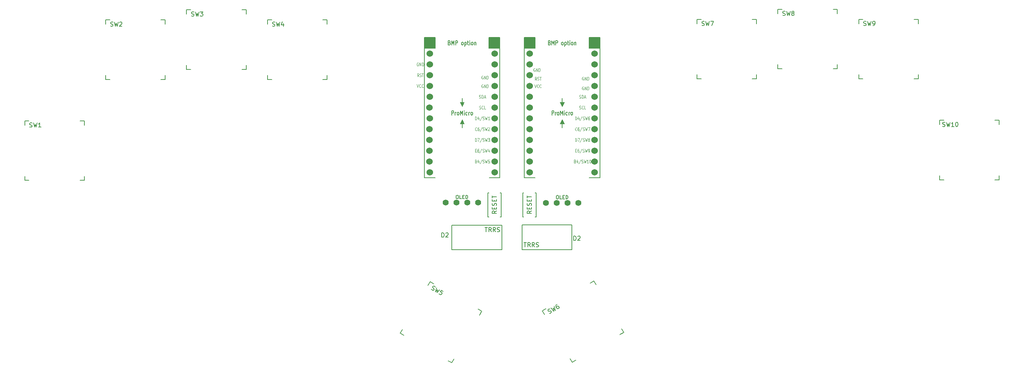
<source format=gbr>
%TF.GenerationSoftware,KiCad,Pcbnew,7.0.2*%
%TF.CreationDate,2023-10-11T00:11:02+09:00*%
%TF.ProjectId,_______,4b80adfc-dcfc-4c92-9e6b-696361645f70,rev?*%
%TF.SameCoordinates,Original*%
%TF.FileFunction,Legend,Top*%
%TF.FilePolarity,Positive*%
%FSLAX46Y46*%
G04 Gerber Fmt 4.6, Leading zero omitted, Abs format (unit mm)*
G04 Created by KiCad (PCBNEW 7.0.2) date 2023-10-11 00:11:02*
%MOMM*%
%LPD*%
G01*
G04 APERTURE LIST*
%ADD10C,0.150000*%
%ADD11C,0.160000*%
%ADD12C,0.120000*%
%ADD13C,0.100000*%
%ADD14C,0.200000*%
%ADD15C,1.524000*%
%ADD16C,1.397000*%
G04 APERTURE END LIST*
D10*
X173731905Y-125014619D02*
X173731905Y-124014619D01*
X173731905Y-124014619D02*
X173970000Y-124014619D01*
X173970000Y-124014619D02*
X174112857Y-124062238D01*
X174112857Y-124062238D02*
X174208095Y-124157476D01*
X174208095Y-124157476D02*
X174255714Y-124252714D01*
X174255714Y-124252714D02*
X174303333Y-124443190D01*
X174303333Y-124443190D02*
X174303333Y-124586047D01*
X174303333Y-124586047D02*
X174255714Y-124776523D01*
X174255714Y-124776523D02*
X174208095Y-124871761D01*
X174208095Y-124871761D02*
X174112857Y-124967000D01*
X174112857Y-124967000D02*
X173970000Y-125014619D01*
X173970000Y-125014619D02*
X173731905Y-125014619D01*
X174684286Y-124109857D02*
X174731905Y-124062238D01*
X174731905Y-124062238D02*
X174827143Y-124014619D01*
X174827143Y-124014619D02*
X175065238Y-124014619D01*
X175065238Y-124014619D02*
X175160476Y-124062238D01*
X175160476Y-124062238D02*
X175208095Y-124109857D01*
X175208095Y-124109857D02*
X175255714Y-124205095D01*
X175255714Y-124205095D02*
X175255714Y-124300333D01*
X175255714Y-124300333D02*
X175208095Y-124443190D01*
X175208095Y-124443190D02*
X174636667Y-125014619D01*
X174636667Y-125014619D02*
X175255714Y-125014619D01*
X142743905Y-124252619D02*
X142743905Y-123252619D01*
X142743905Y-123252619D02*
X142982000Y-123252619D01*
X142982000Y-123252619D02*
X143124857Y-123300238D01*
X143124857Y-123300238D02*
X143220095Y-123395476D01*
X143220095Y-123395476D02*
X143267714Y-123490714D01*
X143267714Y-123490714D02*
X143315333Y-123681190D01*
X143315333Y-123681190D02*
X143315333Y-123824047D01*
X143315333Y-123824047D02*
X143267714Y-124014523D01*
X143267714Y-124014523D02*
X143220095Y-124109761D01*
X143220095Y-124109761D02*
X143124857Y-124205000D01*
X143124857Y-124205000D02*
X142982000Y-124252619D01*
X142982000Y-124252619D02*
X142743905Y-124252619D01*
X143696286Y-123347857D02*
X143743905Y-123300238D01*
X143743905Y-123300238D02*
X143839143Y-123252619D01*
X143839143Y-123252619D02*
X144077238Y-123252619D01*
X144077238Y-123252619D02*
X144172476Y-123300238D01*
X144172476Y-123300238D02*
X144220095Y-123347857D01*
X144220095Y-123347857D02*
X144267714Y-123443095D01*
X144267714Y-123443095D02*
X144267714Y-123538333D01*
X144267714Y-123538333D02*
X144220095Y-123681190D01*
X144220095Y-123681190D02*
X143648667Y-124252619D01*
X143648667Y-124252619D02*
X144267714Y-124252619D01*
%TO.C,*%
D11*
%TO.C,U2*%
X168607552Y-95508619D02*
X168607552Y-94508619D01*
X168607552Y-94508619D02*
X168912314Y-94508619D01*
X168912314Y-94508619D02*
X168988504Y-94556238D01*
X168988504Y-94556238D02*
X169026599Y-94603857D01*
X169026599Y-94603857D02*
X169064695Y-94699095D01*
X169064695Y-94699095D02*
X169064695Y-94841952D01*
X169064695Y-94841952D02*
X169026599Y-94937190D01*
X169026599Y-94937190D02*
X168988504Y-94984809D01*
X168988504Y-94984809D02*
X168912314Y-95032428D01*
X168912314Y-95032428D02*
X168607552Y-95032428D01*
X169407552Y-95508619D02*
X169407552Y-94841952D01*
X169407552Y-95032428D02*
X169445647Y-94937190D01*
X169445647Y-94937190D02*
X169483742Y-94889571D01*
X169483742Y-94889571D02*
X169559933Y-94841952D01*
X169559933Y-94841952D02*
X169636123Y-94841952D01*
X170017075Y-95508619D02*
X169940885Y-95461000D01*
X169940885Y-95461000D02*
X169902790Y-95413380D01*
X169902790Y-95413380D02*
X169864694Y-95318142D01*
X169864694Y-95318142D02*
X169864694Y-95032428D01*
X169864694Y-95032428D02*
X169902790Y-94937190D01*
X169902790Y-94937190D02*
X169940885Y-94889571D01*
X169940885Y-94889571D02*
X170017075Y-94841952D01*
X170017075Y-94841952D02*
X170131361Y-94841952D01*
X170131361Y-94841952D02*
X170207552Y-94889571D01*
X170207552Y-94889571D02*
X170245647Y-94937190D01*
X170245647Y-94937190D02*
X170283742Y-95032428D01*
X170283742Y-95032428D02*
X170283742Y-95318142D01*
X170283742Y-95318142D02*
X170245647Y-95413380D01*
X170245647Y-95413380D02*
X170207552Y-95461000D01*
X170207552Y-95461000D02*
X170131361Y-95508619D01*
X170131361Y-95508619D02*
X170017075Y-95508619D01*
X170626600Y-95508619D02*
X170626600Y-94508619D01*
X170626600Y-94508619D02*
X170893266Y-95222904D01*
X170893266Y-95222904D02*
X171159933Y-94508619D01*
X171159933Y-94508619D02*
X171159933Y-95508619D01*
X171540886Y-95508619D02*
X171540886Y-94841952D01*
X171540886Y-94508619D02*
X171502790Y-94556238D01*
X171502790Y-94556238D02*
X171540886Y-94603857D01*
X171540886Y-94603857D02*
X171578981Y-94556238D01*
X171578981Y-94556238D02*
X171540886Y-94508619D01*
X171540886Y-94508619D02*
X171540886Y-94603857D01*
X172264695Y-95461000D02*
X172188504Y-95508619D01*
X172188504Y-95508619D02*
X172036123Y-95508619D01*
X172036123Y-95508619D02*
X171959933Y-95461000D01*
X171959933Y-95461000D02*
X171921838Y-95413380D01*
X171921838Y-95413380D02*
X171883742Y-95318142D01*
X171883742Y-95318142D02*
X171883742Y-95032428D01*
X171883742Y-95032428D02*
X171921838Y-94937190D01*
X171921838Y-94937190D02*
X171959933Y-94889571D01*
X171959933Y-94889571D02*
X172036123Y-94841952D01*
X172036123Y-94841952D02*
X172188504Y-94841952D01*
X172188504Y-94841952D02*
X172264695Y-94889571D01*
X172607552Y-95508619D02*
X172607552Y-94841952D01*
X172607552Y-95032428D02*
X172645647Y-94937190D01*
X172645647Y-94937190D02*
X172683742Y-94889571D01*
X172683742Y-94889571D02*
X172759933Y-94841952D01*
X172759933Y-94841952D02*
X172836123Y-94841952D01*
X173217075Y-95508619D02*
X173140885Y-95461000D01*
X173140885Y-95461000D02*
X173102790Y-95413380D01*
X173102790Y-95413380D02*
X173064694Y-95318142D01*
X173064694Y-95318142D02*
X173064694Y-95032428D01*
X173064694Y-95032428D02*
X173102790Y-94937190D01*
X173102790Y-94937190D02*
X173140885Y-94889571D01*
X173140885Y-94889571D02*
X173217075Y-94841952D01*
X173217075Y-94841952D02*
X173331361Y-94841952D01*
X173331361Y-94841952D02*
X173407552Y-94889571D01*
X173407552Y-94889571D02*
X173445647Y-94937190D01*
X173445647Y-94937190D02*
X173483742Y-95032428D01*
X173483742Y-95032428D02*
X173483742Y-95318142D01*
X173483742Y-95318142D02*
X173445647Y-95413380D01*
X173445647Y-95413380D02*
X173407552Y-95461000D01*
X173407552Y-95461000D02*
X173331361Y-95508619D01*
X173331361Y-95508619D02*
X173217075Y-95508619D01*
D12*
X164997428Y-87306964D02*
X164797428Y-86949821D01*
X164654571Y-87306964D02*
X164654571Y-86556964D01*
X164654571Y-86556964D02*
X164883142Y-86556964D01*
X164883142Y-86556964D02*
X164940285Y-86592678D01*
X164940285Y-86592678D02*
X164968856Y-86628392D01*
X164968856Y-86628392D02*
X164997428Y-86699821D01*
X164997428Y-86699821D02*
X164997428Y-86806964D01*
X164997428Y-86806964D02*
X164968856Y-86878392D01*
X164968856Y-86878392D02*
X164940285Y-86914107D01*
X164940285Y-86914107D02*
X164883142Y-86949821D01*
X164883142Y-86949821D02*
X164654571Y-86949821D01*
X165225999Y-87271250D02*
X165311714Y-87306964D01*
X165311714Y-87306964D02*
X165454571Y-87306964D01*
X165454571Y-87306964D02*
X165511714Y-87271250D01*
X165511714Y-87271250D02*
X165540285Y-87235535D01*
X165540285Y-87235535D02*
X165568856Y-87164107D01*
X165568856Y-87164107D02*
X165568856Y-87092678D01*
X165568856Y-87092678D02*
X165540285Y-87021250D01*
X165540285Y-87021250D02*
X165511714Y-86985535D01*
X165511714Y-86985535D02*
X165454571Y-86949821D01*
X165454571Y-86949821D02*
X165340285Y-86914107D01*
X165340285Y-86914107D02*
X165283142Y-86878392D01*
X165283142Y-86878392D02*
X165254571Y-86842678D01*
X165254571Y-86842678D02*
X165225999Y-86771250D01*
X165225999Y-86771250D02*
X165225999Y-86699821D01*
X165225999Y-86699821D02*
X165254571Y-86628392D01*
X165254571Y-86628392D02*
X165283142Y-86592678D01*
X165283142Y-86592678D02*
X165340285Y-86556964D01*
X165340285Y-86556964D02*
X165483142Y-86556964D01*
X165483142Y-86556964D02*
X165568856Y-86592678D01*
X165740285Y-86556964D02*
X166083143Y-86556964D01*
X165911714Y-87306964D02*
X165911714Y-86556964D01*
X175048028Y-91547250D02*
X175133743Y-91582964D01*
X175133743Y-91582964D02*
X175276600Y-91582964D01*
X175276600Y-91582964D02*
X175333743Y-91547250D01*
X175333743Y-91547250D02*
X175362314Y-91511535D01*
X175362314Y-91511535D02*
X175390885Y-91440107D01*
X175390885Y-91440107D02*
X175390885Y-91368678D01*
X175390885Y-91368678D02*
X175362314Y-91297250D01*
X175362314Y-91297250D02*
X175333743Y-91261535D01*
X175333743Y-91261535D02*
X175276600Y-91225821D01*
X175276600Y-91225821D02*
X175162314Y-91190107D01*
X175162314Y-91190107D02*
X175105171Y-91154392D01*
X175105171Y-91154392D02*
X175076600Y-91118678D01*
X175076600Y-91118678D02*
X175048028Y-91047250D01*
X175048028Y-91047250D02*
X175048028Y-90975821D01*
X175048028Y-90975821D02*
X175076600Y-90904392D01*
X175076600Y-90904392D02*
X175105171Y-90868678D01*
X175105171Y-90868678D02*
X175162314Y-90832964D01*
X175162314Y-90832964D02*
X175305171Y-90832964D01*
X175305171Y-90832964D02*
X175390885Y-90868678D01*
X175648029Y-91582964D02*
X175648029Y-90832964D01*
X175648029Y-90832964D02*
X175790886Y-90832964D01*
X175790886Y-90832964D02*
X175876600Y-90868678D01*
X175876600Y-90868678D02*
X175933743Y-90940107D01*
X175933743Y-90940107D02*
X175962314Y-91011535D01*
X175962314Y-91011535D02*
X175990886Y-91154392D01*
X175990886Y-91154392D02*
X175990886Y-91261535D01*
X175990886Y-91261535D02*
X175962314Y-91404392D01*
X175962314Y-91404392D02*
X175933743Y-91475821D01*
X175933743Y-91475821D02*
X175876600Y-91547250D01*
X175876600Y-91547250D02*
X175790886Y-91582964D01*
X175790886Y-91582964D02*
X175648029Y-91582964D01*
X176219457Y-91368678D02*
X176505172Y-91368678D01*
X176162314Y-91582964D02*
X176362314Y-90832964D01*
X176362314Y-90832964D02*
X176562314Y-91582964D01*
D11*
X168055170Y-78492809D02*
X168169456Y-78540428D01*
X168169456Y-78540428D02*
X168207551Y-78588047D01*
X168207551Y-78588047D02*
X168245647Y-78683285D01*
X168245647Y-78683285D02*
X168245647Y-78826142D01*
X168245647Y-78826142D02*
X168207551Y-78921380D01*
X168207551Y-78921380D02*
X168169456Y-78969000D01*
X168169456Y-78969000D02*
X168093266Y-79016619D01*
X168093266Y-79016619D02*
X167788504Y-79016619D01*
X167788504Y-79016619D02*
X167788504Y-78016619D01*
X167788504Y-78016619D02*
X168055170Y-78016619D01*
X168055170Y-78016619D02*
X168131361Y-78064238D01*
X168131361Y-78064238D02*
X168169456Y-78111857D01*
X168169456Y-78111857D02*
X168207551Y-78207095D01*
X168207551Y-78207095D02*
X168207551Y-78302333D01*
X168207551Y-78302333D02*
X168169456Y-78397571D01*
X168169456Y-78397571D02*
X168131361Y-78445190D01*
X168131361Y-78445190D02*
X168055170Y-78492809D01*
X168055170Y-78492809D02*
X167788504Y-78492809D01*
X168588504Y-79016619D02*
X168588504Y-78016619D01*
X168588504Y-78016619D02*
X168855170Y-78730904D01*
X168855170Y-78730904D02*
X169121837Y-78016619D01*
X169121837Y-78016619D02*
X169121837Y-79016619D01*
X169502790Y-79016619D02*
X169502790Y-78016619D01*
X169502790Y-78016619D02*
X169807552Y-78016619D01*
X169807552Y-78016619D02*
X169883742Y-78064238D01*
X169883742Y-78064238D02*
X169921837Y-78111857D01*
X169921837Y-78111857D02*
X169959933Y-78207095D01*
X169959933Y-78207095D02*
X169959933Y-78349952D01*
X169959933Y-78349952D02*
X169921837Y-78445190D01*
X169921837Y-78445190D02*
X169883742Y-78492809D01*
X169883742Y-78492809D02*
X169807552Y-78540428D01*
X169807552Y-78540428D02*
X169502790Y-78540428D01*
X171026599Y-79016619D02*
X170950409Y-78969000D01*
X170950409Y-78969000D02*
X170912314Y-78921380D01*
X170912314Y-78921380D02*
X170874218Y-78826142D01*
X170874218Y-78826142D02*
X170874218Y-78540428D01*
X170874218Y-78540428D02*
X170912314Y-78445190D01*
X170912314Y-78445190D02*
X170950409Y-78397571D01*
X170950409Y-78397571D02*
X171026599Y-78349952D01*
X171026599Y-78349952D02*
X171140885Y-78349952D01*
X171140885Y-78349952D02*
X171217076Y-78397571D01*
X171217076Y-78397571D02*
X171255171Y-78445190D01*
X171255171Y-78445190D02*
X171293266Y-78540428D01*
X171293266Y-78540428D02*
X171293266Y-78826142D01*
X171293266Y-78826142D02*
X171255171Y-78921380D01*
X171255171Y-78921380D02*
X171217076Y-78969000D01*
X171217076Y-78969000D02*
X171140885Y-79016619D01*
X171140885Y-79016619D02*
X171026599Y-79016619D01*
X171636124Y-78349952D02*
X171636124Y-79349952D01*
X171636124Y-78397571D02*
X171712314Y-78349952D01*
X171712314Y-78349952D02*
X171864695Y-78349952D01*
X171864695Y-78349952D02*
X171940886Y-78397571D01*
X171940886Y-78397571D02*
X171978981Y-78445190D01*
X171978981Y-78445190D02*
X172017076Y-78540428D01*
X172017076Y-78540428D02*
X172017076Y-78826142D01*
X172017076Y-78826142D02*
X171978981Y-78921380D01*
X171978981Y-78921380D02*
X171940886Y-78969000D01*
X171940886Y-78969000D02*
X171864695Y-79016619D01*
X171864695Y-79016619D02*
X171712314Y-79016619D01*
X171712314Y-79016619D02*
X171636124Y-78969000D01*
X172245648Y-78349952D02*
X172550410Y-78349952D01*
X172359934Y-78016619D02*
X172359934Y-78873761D01*
X172359934Y-78873761D02*
X172398029Y-78969000D01*
X172398029Y-78969000D02*
X172474219Y-79016619D01*
X172474219Y-79016619D02*
X172550410Y-79016619D01*
X172817077Y-79016619D02*
X172817077Y-78349952D01*
X172817077Y-78016619D02*
X172778981Y-78064238D01*
X172778981Y-78064238D02*
X172817077Y-78111857D01*
X172817077Y-78111857D02*
X172855172Y-78064238D01*
X172855172Y-78064238D02*
X172817077Y-78016619D01*
X172817077Y-78016619D02*
X172817077Y-78111857D01*
X173312314Y-79016619D02*
X173236124Y-78969000D01*
X173236124Y-78969000D02*
X173198029Y-78921380D01*
X173198029Y-78921380D02*
X173159933Y-78826142D01*
X173159933Y-78826142D02*
X173159933Y-78540428D01*
X173159933Y-78540428D02*
X173198029Y-78445190D01*
X173198029Y-78445190D02*
X173236124Y-78397571D01*
X173236124Y-78397571D02*
X173312314Y-78349952D01*
X173312314Y-78349952D02*
X173426600Y-78349952D01*
X173426600Y-78349952D02*
X173502791Y-78397571D01*
X173502791Y-78397571D02*
X173540886Y-78445190D01*
X173540886Y-78445190D02*
X173578981Y-78540428D01*
X173578981Y-78540428D02*
X173578981Y-78826142D01*
X173578981Y-78826142D02*
X173540886Y-78921380D01*
X173540886Y-78921380D02*
X173502791Y-78969000D01*
X173502791Y-78969000D02*
X173426600Y-79016619D01*
X173426600Y-79016619D02*
X173312314Y-79016619D01*
X173921839Y-78349952D02*
X173921839Y-79016619D01*
X173921839Y-78445190D02*
X173959934Y-78397571D01*
X173959934Y-78397571D02*
X174036124Y-78349952D01*
X174036124Y-78349952D02*
X174150410Y-78349952D01*
X174150410Y-78349952D02*
X174226601Y-78397571D01*
X174226601Y-78397571D02*
X174264696Y-78492809D01*
X174264696Y-78492809D02*
X174264696Y-79016619D01*
D12*
X174019457Y-106430107D02*
X174105171Y-106465821D01*
X174105171Y-106465821D02*
X174133742Y-106501535D01*
X174133742Y-106501535D02*
X174162314Y-106572964D01*
X174162314Y-106572964D02*
X174162314Y-106680107D01*
X174162314Y-106680107D02*
X174133742Y-106751535D01*
X174133742Y-106751535D02*
X174105171Y-106787250D01*
X174105171Y-106787250D02*
X174048028Y-106822964D01*
X174048028Y-106822964D02*
X173819457Y-106822964D01*
X173819457Y-106822964D02*
X173819457Y-106072964D01*
X173819457Y-106072964D02*
X174019457Y-106072964D01*
X174019457Y-106072964D02*
X174076600Y-106108678D01*
X174076600Y-106108678D02*
X174105171Y-106144392D01*
X174105171Y-106144392D02*
X174133742Y-106215821D01*
X174133742Y-106215821D02*
X174133742Y-106287250D01*
X174133742Y-106287250D02*
X174105171Y-106358678D01*
X174105171Y-106358678D02*
X174076600Y-106394392D01*
X174076600Y-106394392D02*
X174019457Y-106430107D01*
X174019457Y-106430107D02*
X173819457Y-106430107D01*
X174676600Y-106322964D02*
X174676600Y-106822964D01*
X174533742Y-106037250D02*
X174390885Y-106572964D01*
X174390885Y-106572964D02*
X174762314Y-106572964D01*
X175419457Y-106037250D02*
X174905171Y-107001535D01*
X175590885Y-106787250D02*
X175676600Y-106822964D01*
X175676600Y-106822964D02*
X175819457Y-106822964D01*
X175819457Y-106822964D02*
X175876600Y-106787250D01*
X175876600Y-106787250D02*
X175905171Y-106751535D01*
X175905171Y-106751535D02*
X175933742Y-106680107D01*
X175933742Y-106680107D02*
X175933742Y-106608678D01*
X175933742Y-106608678D02*
X175905171Y-106537250D01*
X175905171Y-106537250D02*
X175876600Y-106501535D01*
X175876600Y-106501535D02*
X175819457Y-106465821D01*
X175819457Y-106465821D02*
X175705171Y-106430107D01*
X175705171Y-106430107D02*
X175648028Y-106394392D01*
X175648028Y-106394392D02*
X175619457Y-106358678D01*
X175619457Y-106358678D02*
X175590885Y-106287250D01*
X175590885Y-106287250D02*
X175590885Y-106215821D01*
X175590885Y-106215821D02*
X175619457Y-106144392D01*
X175619457Y-106144392D02*
X175648028Y-106108678D01*
X175648028Y-106108678D02*
X175705171Y-106072964D01*
X175705171Y-106072964D02*
X175848028Y-106072964D01*
X175848028Y-106072964D02*
X175933742Y-106108678D01*
X176133743Y-106072964D02*
X176276600Y-106822964D01*
X176276600Y-106822964D02*
X176390886Y-106287250D01*
X176390886Y-106287250D02*
X176505171Y-106822964D01*
X176505171Y-106822964D02*
X176648029Y-106072964D01*
X177190885Y-106822964D02*
X176848028Y-106822964D01*
X177019457Y-106822964D02*
X177019457Y-106072964D01*
X177019457Y-106072964D02*
X176962314Y-106180107D01*
X176962314Y-106180107D02*
X176905171Y-106251535D01*
X176905171Y-106251535D02*
X176848028Y-106287250D01*
X177562314Y-106072964D02*
X177619457Y-106072964D01*
X177619457Y-106072964D02*
X177676600Y-106108678D01*
X177676600Y-106108678D02*
X177705172Y-106144392D01*
X177705172Y-106144392D02*
X177733743Y-106215821D01*
X177733743Y-106215821D02*
X177762314Y-106358678D01*
X177762314Y-106358678D02*
X177762314Y-106537250D01*
X177762314Y-106537250D02*
X177733743Y-106680107D01*
X177733743Y-106680107D02*
X177705172Y-106751535D01*
X177705172Y-106751535D02*
X177676600Y-106787250D01*
X177676600Y-106787250D02*
X177619457Y-106822964D01*
X177619457Y-106822964D02*
X177562314Y-106822964D01*
X177562314Y-106822964D02*
X177505172Y-106787250D01*
X177505172Y-106787250D02*
X177476600Y-106751535D01*
X177476600Y-106751535D02*
X177448029Y-106680107D01*
X177448029Y-106680107D02*
X177419457Y-106537250D01*
X177419457Y-106537250D02*
X177419457Y-106358678D01*
X177419457Y-106358678D02*
X177448029Y-106215821D01*
X177448029Y-106215821D02*
X177476600Y-106144392D01*
X177476600Y-106144392D02*
X177505172Y-106108678D01*
X177505172Y-106108678D02*
X177562314Y-106072964D01*
X164525999Y-88334964D02*
X164725999Y-89084964D01*
X164725999Y-89084964D02*
X164925999Y-88334964D01*
X165468857Y-89013535D02*
X165440285Y-89049250D01*
X165440285Y-89049250D02*
X165354571Y-89084964D01*
X165354571Y-89084964D02*
X165297428Y-89084964D01*
X165297428Y-89084964D02*
X165211714Y-89049250D01*
X165211714Y-89049250D02*
X165154571Y-88977821D01*
X165154571Y-88977821D02*
X165126000Y-88906392D01*
X165126000Y-88906392D02*
X165097428Y-88763535D01*
X165097428Y-88763535D02*
X165097428Y-88656392D01*
X165097428Y-88656392D02*
X165126000Y-88513535D01*
X165126000Y-88513535D02*
X165154571Y-88442107D01*
X165154571Y-88442107D02*
X165211714Y-88370678D01*
X165211714Y-88370678D02*
X165297428Y-88334964D01*
X165297428Y-88334964D02*
X165354571Y-88334964D01*
X165354571Y-88334964D02*
X165440285Y-88370678D01*
X165440285Y-88370678D02*
X165468857Y-88406392D01*
X166068857Y-89013535D02*
X166040285Y-89049250D01*
X166040285Y-89049250D02*
X165954571Y-89084964D01*
X165954571Y-89084964D02*
X165897428Y-89084964D01*
X165897428Y-89084964D02*
X165811714Y-89049250D01*
X165811714Y-89049250D02*
X165754571Y-88977821D01*
X165754571Y-88977821D02*
X165726000Y-88906392D01*
X165726000Y-88906392D02*
X165697428Y-88763535D01*
X165697428Y-88763535D02*
X165697428Y-88656392D01*
X165697428Y-88656392D02*
X165726000Y-88513535D01*
X165726000Y-88513535D02*
X165754571Y-88442107D01*
X165754571Y-88442107D02*
X165811714Y-88370678D01*
X165811714Y-88370678D02*
X165897428Y-88334964D01*
X165897428Y-88334964D02*
X165954571Y-88334964D01*
X165954571Y-88334964D02*
X166040285Y-88370678D01*
X166040285Y-88370678D02*
X166068857Y-88406392D01*
X175062314Y-94087250D02*
X175148029Y-94122964D01*
X175148029Y-94122964D02*
X175290886Y-94122964D01*
X175290886Y-94122964D02*
X175348029Y-94087250D01*
X175348029Y-94087250D02*
X175376600Y-94051535D01*
X175376600Y-94051535D02*
X175405171Y-93980107D01*
X175405171Y-93980107D02*
X175405171Y-93908678D01*
X175405171Y-93908678D02*
X175376600Y-93837250D01*
X175376600Y-93837250D02*
X175348029Y-93801535D01*
X175348029Y-93801535D02*
X175290886Y-93765821D01*
X175290886Y-93765821D02*
X175176600Y-93730107D01*
X175176600Y-93730107D02*
X175119457Y-93694392D01*
X175119457Y-93694392D02*
X175090886Y-93658678D01*
X175090886Y-93658678D02*
X175062314Y-93587250D01*
X175062314Y-93587250D02*
X175062314Y-93515821D01*
X175062314Y-93515821D02*
X175090886Y-93444392D01*
X175090886Y-93444392D02*
X175119457Y-93408678D01*
X175119457Y-93408678D02*
X175176600Y-93372964D01*
X175176600Y-93372964D02*
X175319457Y-93372964D01*
X175319457Y-93372964D02*
X175405171Y-93408678D01*
X176005172Y-94051535D02*
X175976600Y-94087250D01*
X175976600Y-94087250D02*
X175890886Y-94122964D01*
X175890886Y-94122964D02*
X175833743Y-94122964D01*
X175833743Y-94122964D02*
X175748029Y-94087250D01*
X175748029Y-94087250D02*
X175690886Y-94015821D01*
X175690886Y-94015821D02*
X175662315Y-93944392D01*
X175662315Y-93944392D02*
X175633743Y-93801535D01*
X175633743Y-93801535D02*
X175633743Y-93694392D01*
X175633743Y-93694392D02*
X175662315Y-93551535D01*
X175662315Y-93551535D02*
X175690886Y-93480107D01*
X175690886Y-93480107D02*
X175748029Y-93408678D01*
X175748029Y-93408678D02*
X175833743Y-93372964D01*
X175833743Y-93372964D02*
X175890886Y-93372964D01*
X175890886Y-93372964D02*
X175976600Y-93408678D01*
X175976600Y-93408678D02*
X176005172Y-93444392D01*
X176548029Y-94122964D02*
X176262315Y-94122964D01*
X176262315Y-94122964D02*
X176262315Y-93372964D01*
X176044857Y-86592678D02*
X175987715Y-86556964D01*
X175987715Y-86556964D02*
X175902000Y-86556964D01*
X175902000Y-86556964D02*
X175816286Y-86592678D01*
X175816286Y-86592678D02*
X175759143Y-86664107D01*
X175759143Y-86664107D02*
X175730572Y-86735535D01*
X175730572Y-86735535D02*
X175702000Y-86878392D01*
X175702000Y-86878392D02*
X175702000Y-86985535D01*
X175702000Y-86985535D02*
X175730572Y-87128392D01*
X175730572Y-87128392D02*
X175759143Y-87199821D01*
X175759143Y-87199821D02*
X175816286Y-87271250D01*
X175816286Y-87271250D02*
X175902000Y-87306964D01*
X175902000Y-87306964D02*
X175959143Y-87306964D01*
X175959143Y-87306964D02*
X176044857Y-87271250D01*
X176044857Y-87271250D02*
X176073429Y-87235535D01*
X176073429Y-87235535D02*
X176073429Y-86985535D01*
X176073429Y-86985535D02*
X175959143Y-86985535D01*
X176330572Y-87306964D02*
X176330572Y-86556964D01*
X176330572Y-86556964D02*
X176673429Y-87306964D01*
X176673429Y-87306964D02*
X176673429Y-86556964D01*
X176959143Y-87306964D02*
X176959143Y-86556964D01*
X176959143Y-86556964D02*
X177102000Y-86556964D01*
X177102000Y-86556964D02*
X177187714Y-86592678D01*
X177187714Y-86592678D02*
X177244857Y-86664107D01*
X177244857Y-86664107D02*
X177273428Y-86735535D01*
X177273428Y-86735535D02*
X177302000Y-86878392D01*
X177302000Y-86878392D02*
X177302000Y-86985535D01*
X177302000Y-86985535D02*
X177273428Y-87128392D01*
X177273428Y-87128392D02*
X177244857Y-87199821D01*
X177244857Y-87199821D02*
X177187714Y-87271250D01*
X177187714Y-87271250D02*
X177102000Y-87306964D01*
X177102000Y-87306964D02*
X176959143Y-87306964D01*
X164614857Y-84560678D02*
X164557715Y-84524964D01*
X164557715Y-84524964D02*
X164472000Y-84524964D01*
X164472000Y-84524964D02*
X164386286Y-84560678D01*
X164386286Y-84560678D02*
X164329143Y-84632107D01*
X164329143Y-84632107D02*
X164300572Y-84703535D01*
X164300572Y-84703535D02*
X164272000Y-84846392D01*
X164272000Y-84846392D02*
X164272000Y-84953535D01*
X164272000Y-84953535D02*
X164300572Y-85096392D01*
X164300572Y-85096392D02*
X164329143Y-85167821D01*
X164329143Y-85167821D02*
X164386286Y-85239250D01*
X164386286Y-85239250D02*
X164472000Y-85274964D01*
X164472000Y-85274964D02*
X164529143Y-85274964D01*
X164529143Y-85274964D02*
X164614857Y-85239250D01*
X164614857Y-85239250D02*
X164643429Y-85203535D01*
X164643429Y-85203535D02*
X164643429Y-84953535D01*
X164643429Y-84953535D02*
X164529143Y-84953535D01*
X164900572Y-85274964D02*
X164900572Y-84524964D01*
X164900572Y-84524964D02*
X165243429Y-85274964D01*
X165243429Y-85274964D02*
X165243429Y-84524964D01*
X165529143Y-85274964D02*
X165529143Y-84524964D01*
X165529143Y-84524964D02*
X165672000Y-84524964D01*
X165672000Y-84524964D02*
X165757714Y-84560678D01*
X165757714Y-84560678D02*
X165814857Y-84632107D01*
X165814857Y-84632107D02*
X165843428Y-84703535D01*
X165843428Y-84703535D02*
X165872000Y-84846392D01*
X165872000Y-84846392D02*
X165872000Y-84953535D01*
X165872000Y-84953535D02*
X165843428Y-85096392D01*
X165843428Y-85096392D02*
X165814857Y-85167821D01*
X165814857Y-85167821D02*
X165757714Y-85239250D01*
X165757714Y-85239250D02*
X165672000Y-85274964D01*
X165672000Y-85274964D02*
X165529143Y-85274964D01*
X176044857Y-88878678D02*
X175987715Y-88842964D01*
X175987715Y-88842964D02*
X175902000Y-88842964D01*
X175902000Y-88842964D02*
X175816286Y-88878678D01*
X175816286Y-88878678D02*
X175759143Y-88950107D01*
X175759143Y-88950107D02*
X175730572Y-89021535D01*
X175730572Y-89021535D02*
X175702000Y-89164392D01*
X175702000Y-89164392D02*
X175702000Y-89271535D01*
X175702000Y-89271535D02*
X175730572Y-89414392D01*
X175730572Y-89414392D02*
X175759143Y-89485821D01*
X175759143Y-89485821D02*
X175816286Y-89557250D01*
X175816286Y-89557250D02*
X175902000Y-89592964D01*
X175902000Y-89592964D02*
X175959143Y-89592964D01*
X175959143Y-89592964D02*
X176044857Y-89557250D01*
X176044857Y-89557250D02*
X176073429Y-89521535D01*
X176073429Y-89521535D02*
X176073429Y-89271535D01*
X176073429Y-89271535D02*
X175959143Y-89271535D01*
X176330572Y-89592964D02*
X176330572Y-88842964D01*
X176330572Y-88842964D02*
X176673429Y-89592964D01*
X176673429Y-89592964D02*
X176673429Y-88842964D01*
X176959143Y-89592964D02*
X176959143Y-88842964D01*
X176959143Y-88842964D02*
X177102000Y-88842964D01*
X177102000Y-88842964D02*
X177187714Y-88878678D01*
X177187714Y-88878678D02*
X177244857Y-88950107D01*
X177244857Y-88950107D02*
X177273428Y-89021535D01*
X177273428Y-89021535D02*
X177302000Y-89164392D01*
X177302000Y-89164392D02*
X177302000Y-89271535D01*
X177302000Y-89271535D02*
X177273428Y-89414392D01*
X177273428Y-89414392D02*
X177244857Y-89485821D01*
X177244857Y-89485821D02*
X177187714Y-89557250D01*
X177187714Y-89557250D02*
X177102000Y-89592964D01*
X177102000Y-89592964D02*
X176959143Y-89592964D01*
X174105171Y-101742964D02*
X174105171Y-100992964D01*
X174105171Y-100992964D02*
X174248028Y-100992964D01*
X174248028Y-100992964D02*
X174333742Y-101028678D01*
X174333742Y-101028678D02*
X174390885Y-101100107D01*
X174390885Y-101100107D02*
X174419456Y-101171535D01*
X174419456Y-101171535D02*
X174448028Y-101314392D01*
X174448028Y-101314392D02*
X174448028Y-101421535D01*
X174448028Y-101421535D02*
X174419456Y-101564392D01*
X174419456Y-101564392D02*
X174390885Y-101635821D01*
X174390885Y-101635821D02*
X174333742Y-101707250D01*
X174333742Y-101707250D02*
X174248028Y-101742964D01*
X174248028Y-101742964D02*
X174105171Y-101742964D01*
X174648028Y-100992964D02*
X175048028Y-100992964D01*
X175048028Y-100992964D02*
X174790885Y-101742964D01*
X175705171Y-100957250D02*
X175190885Y-101921535D01*
X175876599Y-101707250D02*
X175962314Y-101742964D01*
X175962314Y-101742964D02*
X176105171Y-101742964D01*
X176105171Y-101742964D02*
X176162314Y-101707250D01*
X176162314Y-101707250D02*
X176190885Y-101671535D01*
X176190885Y-101671535D02*
X176219456Y-101600107D01*
X176219456Y-101600107D02*
X176219456Y-101528678D01*
X176219456Y-101528678D02*
X176190885Y-101457250D01*
X176190885Y-101457250D02*
X176162314Y-101421535D01*
X176162314Y-101421535D02*
X176105171Y-101385821D01*
X176105171Y-101385821D02*
X175990885Y-101350107D01*
X175990885Y-101350107D02*
X175933742Y-101314392D01*
X175933742Y-101314392D02*
X175905171Y-101278678D01*
X175905171Y-101278678D02*
X175876599Y-101207250D01*
X175876599Y-101207250D02*
X175876599Y-101135821D01*
X175876599Y-101135821D02*
X175905171Y-101064392D01*
X175905171Y-101064392D02*
X175933742Y-101028678D01*
X175933742Y-101028678D02*
X175990885Y-100992964D01*
X175990885Y-100992964D02*
X176133742Y-100992964D01*
X176133742Y-100992964D02*
X176219456Y-101028678D01*
X176419457Y-100992964D02*
X176562314Y-101742964D01*
X176562314Y-101742964D02*
X176676600Y-101207250D01*
X176676600Y-101207250D02*
X176790885Y-101742964D01*
X176790885Y-101742964D02*
X176933743Y-100992964D01*
X177248028Y-101314392D02*
X177190885Y-101278678D01*
X177190885Y-101278678D02*
X177162314Y-101242964D01*
X177162314Y-101242964D02*
X177133742Y-101171535D01*
X177133742Y-101171535D02*
X177133742Y-101135821D01*
X177133742Y-101135821D02*
X177162314Y-101064392D01*
X177162314Y-101064392D02*
X177190885Y-101028678D01*
X177190885Y-101028678D02*
X177248028Y-100992964D01*
X177248028Y-100992964D02*
X177362314Y-100992964D01*
X177362314Y-100992964D02*
X177419457Y-101028678D01*
X177419457Y-101028678D02*
X177448028Y-101064392D01*
X177448028Y-101064392D02*
X177476599Y-101135821D01*
X177476599Y-101135821D02*
X177476599Y-101171535D01*
X177476599Y-101171535D02*
X177448028Y-101242964D01*
X177448028Y-101242964D02*
X177419457Y-101278678D01*
X177419457Y-101278678D02*
X177362314Y-101314392D01*
X177362314Y-101314392D02*
X177248028Y-101314392D01*
X177248028Y-101314392D02*
X177190885Y-101350107D01*
X177190885Y-101350107D02*
X177162314Y-101385821D01*
X177162314Y-101385821D02*
X177133742Y-101457250D01*
X177133742Y-101457250D02*
X177133742Y-101600107D01*
X177133742Y-101600107D02*
X177162314Y-101671535D01*
X177162314Y-101671535D02*
X177190885Y-101707250D01*
X177190885Y-101707250D02*
X177248028Y-101742964D01*
X177248028Y-101742964D02*
X177362314Y-101742964D01*
X177362314Y-101742964D02*
X177419457Y-101707250D01*
X177419457Y-101707250D02*
X177448028Y-101671535D01*
X177448028Y-101671535D02*
X177476599Y-101600107D01*
X177476599Y-101600107D02*
X177476599Y-101457250D01*
X177476599Y-101457250D02*
X177448028Y-101385821D01*
X177448028Y-101385821D02*
X177419457Y-101350107D01*
X177419457Y-101350107D02*
X177362314Y-101314392D01*
X174133743Y-103890107D02*
X174333743Y-103890107D01*
X174419457Y-104282964D02*
X174133743Y-104282964D01*
X174133743Y-104282964D02*
X174133743Y-103532964D01*
X174133743Y-103532964D02*
X174419457Y-103532964D01*
X174933743Y-103532964D02*
X174819457Y-103532964D01*
X174819457Y-103532964D02*
X174762314Y-103568678D01*
X174762314Y-103568678D02*
X174733743Y-103604392D01*
X174733743Y-103604392D02*
X174676600Y-103711535D01*
X174676600Y-103711535D02*
X174648028Y-103854392D01*
X174648028Y-103854392D02*
X174648028Y-104140107D01*
X174648028Y-104140107D02*
X174676600Y-104211535D01*
X174676600Y-104211535D02*
X174705171Y-104247250D01*
X174705171Y-104247250D02*
X174762314Y-104282964D01*
X174762314Y-104282964D02*
X174876600Y-104282964D01*
X174876600Y-104282964D02*
X174933743Y-104247250D01*
X174933743Y-104247250D02*
X174962314Y-104211535D01*
X174962314Y-104211535D02*
X174990885Y-104140107D01*
X174990885Y-104140107D02*
X174990885Y-103961535D01*
X174990885Y-103961535D02*
X174962314Y-103890107D01*
X174962314Y-103890107D02*
X174933743Y-103854392D01*
X174933743Y-103854392D02*
X174876600Y-103818678D01*
X174876600Y-103818678D02*
X174762314Y-103818678D01*
X174762314Y-103818678D02*
X174705171Y-103854392D01*
X174705171Y-103854392D02*
X174676600Y-103890107D01*
X174676600Y-103890107D02*
X174648028Y-103961535D01*
X175676600Y-103497250D02*
X175162314Y-104461535D01*
X175848028Y-104247250D02*
X175933743Y-104282964D01*
X175933743Y-104282964D02*
X176076600Y-104282964D01*
X176076600Y-104282964D02*
X176133743Y-104247250D01*
X176133743Y-104247250D02*
X176162314Y-104211535D01*
X176162314Y-104211535D02*
X176190885Y-104140107D01*
X176190885Y-104140107D02*
X176190885Y-104068678D01*
X176190885Y-104068678D02*
X176162314Y-103997250D01*
X176162314Y-103997250D02*
X176133743Y-103961535D01*
X176133743Y-103961535D02*
X176076600Y-103925821D01*
X176076600Y-103925821D02*
X175962314Y-103890107D01*
X175962314Y-103890107D02*
X175905171Y-103854392D01*
X175905171Y-103854392D02*
X175876600Y-103818678D01*
X175876600Y-103818678D02*
X175848028Y-103747250D01*
X175848028Y-103747250D02*
X175848028Y-103675821D01*
X175848028Y-103675821D02*
X175876600Y-103604392D01*
X175876600Y-103604392D02*
X175905171Y-103568678D01*
X175905171Y-103568678D02*
X175962314Y-103532964D01*
X175962314Y-103532964D02*
X176105171Y-103532964D01*
X176105171Y-103532964D02*
X176190885Y-103568678D01*
X176390886Y-103532964D02*
X176533743Y-104282964D01*
X176533743Y-104282964D02*
X176648029Y-103747250D01*
X176648029Y-103747250D02*
X176762314Y-104282964D01*
X176762314Y-104282964D02*
X176905172Y-103532964D01*
X177162314Y-104282964D02*
X177276600Y-104282964D01*
X177276600Y-104282964D02*
X177333743Y-104247250D01*
X177333743Y-104247250D02*
X177362314Y-104211535D01*
X177362314Y-104211535D02*
X177419457Y-104104392D01*
X177419457Y-104104392D02*
X177448028Y-103961535D01*
X177448028Y-103961535D02*
X177448028Y-103675821D01*
X177448028Y-103675821D02*
X177419457Y-103604392D01*
X177419457Y-103604392D02*
X177390886Y-103568678D01*
X177390886Y-103568678D02*
X177333743Y-103532964D01*
X177333743Y-103532964D02*
X177219457Y-103532964D01*
X177219457Y-103532964D02*
X177162314Y-103568678D01*
X177162314Y-103568678D02*
X177133743Y-103604392D01*
X177133743Y-103604392D02*
X177105171Y-103675821D01*
X177105171Y-103675821D02*
X177105171Y-103854392D01*
X177105171Y-103854392D02*
X177133743Y-103925821D01*
X177133743Y-103925821D02*
X177162314Y-103961535D01*
X177162314Y-103961535D02*
X177219457Y-103997250D01*
X177219457Y-103997250D02*
X177333743Y-103997250D01*
X177333743Y-103997250D02*
X177390886Y-103961535D01*
X177390886Y-103961535D02*
X177419457Y-103925821D01*
X177419457Y-103925821D02*
X177448028Y-103854392D01*
X174448028Y-99131535D02*
X174419456Y-99167250D01*
X174419456Y-99167250D02*
X174333742Y-99202964D01*
X174333742Y-99202964D02*
X174276599Y-99202964D01*
X174276599Y-99202964D02*
X174190885Y-99167250D01*
X174190885Y-99167250D02*
X174133742Y-99095821D01*
X174133742Y-99095821D02*
X174105171Y-99024392D01*
X174105171Y-99024392D02*
X174076599Y-98881535D01*
X174076599Y-98881535D02*
X174076599Y-98774392D01*
X174076599Y-98774392D02*
X174105171Y-98631535D01*
X174105171Y-98631535D02*
X174133742Y-98560107D01*
X174133742Y-98560107D02*
X174190885Y-98488678D01*
X174190885Y-98488678D02*
X174276599Y-98452964D01*
X174276599Y-98452964D02*
X174333742Y-98452964D01*
X174333742Y-98452964D02*
X174419456Y-98488678D01*
X174419456Y-98488678D02*
X174448028Y-98524392D01*
X174962314Y-98452964D02*
X174848028Y-98452964D01*
X174848028Y-98452964D02*
X174790885Y-98488678D01*
X174790885Y-98488678D02*
X174762314Y-98524392D01*
X174762314Y-98524392D02*
X174705171Y-98631535D01*
X174705171Y-98631535D02*
X174676599Y-98774392D01*
X174676599Y-98774392D02*
X174676599Y-99060107D01*
X174676599Y-99060107D02*
X174705171Y-99131535D01*
X174705171Y-99131535D02*
X174733742Y-99167250D01*
X174733742Y-99167250D02*
X174790885Y-99202964D01*
X174790885Y-99202964D02*
X174905171Y-99202964D01*
X174905171Y-99202964D02*
X174962314Y-99167250D01*
X174962314Y-99167250D02*
X174990885Y-99131535D01*
X174990885Y-99131535D02*
X175019456Y-99060107D01*
X175019456Y-99060107D02*
X175019456Y-98881535D01*
X175019456Y-98881535D02*
X174990885Y-98810107D01*
X174990885Y-98810107D02*
X174962314Y-98774392D01*
X174962314Y-98774392D02*
X174905171Y-98738678D01*
X174905171Y-98738678D02*
X174790885Y-98738678D01*
X174790885Y-98738678D02*
X174733742Y-98774392D01*
X174733742Y-98774392D02*
X174705171Y-98810107D01*
X174705171Y-98810107D02*
X174676599Y-98881535D01*
X175705171Y-98417250D02*
X175190885Y-99381535D01*
X175876599Y-99167250D02*
X175962314Y-99202964D01*
X175962314Y-99202964D02*
X176105171Y-99202964D01*
X176105171Y-99202964D02*
X176162314Y-99167250D01*
X176162314Y-99167250D02*
X176190885Y-99131535D01*
X176190885Y-99131535D02*
X176219456Y-99060107D01*
X176219456Y-99060107D02*
X176219456Y-98988678D01*
X176219456Y-98988678D02*
X176190885Y-98917250D01*
X176190885Y-98917250D02*
X176162314Y-98881535D01*
X176162314Y-98881535D02*
X176105171Y-98845821D01*
X176105171Y-98845821D02*
X175990885Y-98810107D01*
X175990885Y-98810107D02*
X175933742Y-98774392D01*
X175933742Y-98774392D02*
X175905171Y-98738678D01*
X175905171Y-98738678D02*
X175876599Y-98667250D01*
X175876599Y-98667250D02*
X175876599Y-98595821D01*
X175876599Y-98595821D02*
X175905171Y-98524392D01*
X175905171Y-98524392D02*
X175933742Y-98488678D01*
X175933742Y-98488678D02*
X175990885Y-98452964D01*
X175990885Y-98452964D02*
X176133742Y-98452964D01*
X176133742Y-98452964D02*
X176219456Y-98488678D01*
X176419457Y-98452964D02*
X176562314Y-99202964D01*
X176562314Y-99202964D02*
X176676600Y-98667250D01*
X176676600Y-98667250D02*
X176790885Y-99202964D01*
X176790885Y-99202964D02*
X176933743Y-98452964D01*
X177105171Y-98452964D02*
X177505171Y-98452964D01*
X177505171Y-98452964D02*
X177248028Y-99202964D01*
X174105171Y-96662964D02*
X174105171Y-95912964D01*
X174105171Y-95912964D02*
X174248028Y-95912964D01*
X174248028Y-95912964D02*
X174333742Y-95948678D01*
X174333742Y-95948678D02*
X174390885Y-96020107D01*
X174390885Y-96020107D02*
X174419456Y-96091535D01*
X174419456Y-96091535D02*
X174448028Y-96234392D01*
X174448028Y-96234392D02*
X174448028Y-96341535D01*
X174448028Y-96341535D02*
X174419456Y-96484392D01*
X174419456Y-96484392D02*
X174390885Y-96555821D01*
X174390885Y-96555821D02*
X174333742Y-96627250D01*
X174333742Y-96627250D02*
X174248028Y-96662964D01*
X174248028Y-96662964D02*
X174105171Y-96662964D01*
X174962314Y-96162964D02*
X174962314Y-96662964D01*
X174819456Y-95877250D02*
X174676599Y-96412964D01*
X174676599Y-96412964D02*
X175048028Y-96412964D01*
X175705171Y-95877250D02*
X175190885Y-96841535D01*
X175876599Y-96627250D02*
X175962314Y-96662964D01*
X175962314Y-96662964D02*
X176105171Y-96662964D01*
X176105171Y-96662964D02*
X176162314Y-96627250D01*
X176162314Y-96627250D02*
X176190885Y-96591535D01*
X176190885Y-96591535D02*
X176219456Y-96520107D01*
X176219456Y-96520107D02*
X176219456Y-96448678D01*
X176219456Y-96448678D02*
X176190885Y-96377250D01*
X176190885Y-96377250D02*
X176162314Y-96341535D01*
X176162314Y-96341535D02*
X176105171Y-96305821D01*
X176105171Y-96305821D02*
X175990885Y-96270107D01*
X175990885Y-96270107D02*
X175933742Y-96234392D01*
X175933742Y-96234392D02*
X175905171Y-96198678D01*
X175905171Y-96198678D02*
X175876599Y-96127250D01*
X175876599Y-96127250D02*
X175876599Y-96055821D01*
X175876599Y-96055821D02*
X175905171Y-95984392D01*
X175905171Y-95984392D02*
X175933742Y-95948678D01*
X175933742Y-95948678D02*
X175990885Y-95912964D01*
X175990885Y-95912964D02*
X176133742Y-95912964D01*
X176133742Y-95912964D02*
X176219456Y-95948678D01*
X176419457Y-95912964D02*
X176562314Y-96662964D01*
X176562314Y-96662964D02*
X176676600Y-96127250D01*
X176676600Y-96127250D02*
X176790885Y-96662964D01*
X176790885Y-96662964D02*
X176933743Y-95912964D01*
X177419457Y-95912964D02*
X177305171Y-95912964D01*
X177305171Y-95912964D02*
X177248028Y-95948678D01*
X177248028Y-95948678D02*
X177219457Y-95984392D01*
X177219457Y-95984392D02*
X177162314Y-96091535D01*
X177162314Y-96091535D02*
X177133742Y-96234392D01*
X177133742Y-96234392D02*
X177133742Y-96520107D01*
X177133742Y-96520107D02*
X177162314Y-96591535D01*
X177162314Y-96591535D02*
X177190885Y-96627250D01*
X177190885Y-96627250D02*
X177248028Y-96662964D01*
X177248028Y-96662964D02*
X177362314Y-96662964D01*
X177362314Y-96662964D02*
X177419457Y-96627250D01*
X177419457Y-96627250D02*
X177448028Y-96591535D01*
X177448028Y-96591535D02*
X177476599Y-96520107D01*
X177476599Y-96520107D02*
X177476599Y-96341535D01*
X177476599Y-96341535D02*
X177448028Y-96270107D01*
X177448028Y-96270107D02*
X177419457Y-96234392D01*
X177419457Y-96234392D02*
X177362314Y-96198678D01*
X177362314Y-96198678D02*
X177248028Y-96198678D01*
X177248028Y-96198678D02*
X177190885Y-96234392D01*
X177190885Y-96234392D02*
X177162314Y-96270107D01*
X177162314Y-96270107D02*
X177133742Y-96341535D01*
D11*
%TO.C,U1*%
X145098952Y-95508619D02*
X145098952Y-94508619D01*
X145098952Y-94508619D02*
X145403714Y-94508619D01*
X145403714Y-94508619D02*
X145479904Y-94556238D01*
X145479904Y-94556238D02*
X145517999Y-94603857D01*
X145517999Y-94603857D02*
X145556095Y-94699095D01*
X145556095Y-94699095D02*
X145556095Y-94841952D01*
X145556095Y-94841952D02*
X145517999Y-94937190D01*
X145517999Y-94937190D02*
X145479904Y-94984809D01*
X145479904Y-94984809D02*
X145403714Y-95032428D01*
X145403714Y-95032428D02*
X145098952Y-95032428D01*
X145898952Y-95508619D02*
X145898952Y-94841952D01*
X145898952Y-95032428D02*
X145937047Y-94937190D01*
X145937047Y-94937190D02*
X145975142Y-94889571D01*
X145975142Y-94889571D02*
X146051333Y-94841952D01*
X146051333Y-94841952D02*
X146127523Y-94841952D01*
X146508475Y-95508619D02*
X146432285Y-95461000D01*
X146432285Y-95461000D02*
X146394190Y-95413380D01*
X146394190Y-95413380D02*
X146356094Y-95318142D01*
X146356094Y-95318142D02*
X146356094Y-95032428D01*
X146356094Y-95032428D02*
X146394190Y-94937190D01*
X146394190Y-94937190D02*
X146432285Y-94889571D01*
X146432285Y-94889571D02*
X146508475Y-94841952D01*
X146508475Y-94841952D02*
X146622761Y-94841952D01*
X146622761Y-94841952D02*
X146698952Y-94889571D01*
X146698952Y-94889571D02*
X146737047Y-94937190D01*
X146737047Y-94937190D02*
X146775142Y-95032428D01*
X146775142Y-95032428D02*
X146775142Y-95318142D01*
X146775142Y-95318142D02*
X146737047Y-95413380D01*
X146737047Y-95413380D02*
X146698952Y-95461000D01*
X146698952Y-95461000D02*
X146622761Y-95508619D01*
X146622761Y-95508619D02*
X146508475Y-95508619D01*
X147118000Y-95508619D02*
X147118000Y-94508619D01*
X147118000Y-94508619D02*
X147384666Y-95222904D01*
X147384666Y-95222904D02*
X147651333Y-94508619D01*
X147651333Y-94508619D02*
X147651333Y-95508619D01*
X148032286Y-95508619D02*
X148032286Y-94841952D01*
X148032286Y-94508619D02*
X147994190Y-94556238D01*
X147994190Y-94556238D02*
X148032286Y-94603857D01*
X148032286Y-94603857D02*
X148070381Y-94556238D01*
X148070381Y-94556238D02*
X148032286Y-94508619D01*
X148032286Y-94508619D02*
X148032286Y-94603857D01*
X148756095Y-95461000D02*
X148679904Y-95508619D01*
X148679904Y-95508619D02*
X148527523Y-95508619D01*
X148527523Y-95508619D02*
X148451333Y-95461000D01*
X148451333Y-95461000D02*
X148413238Y-95413380D01*
X148413238Y-95413380D02*
X148375142Y-95318142D01*
X148375142Y-95318142D02*
X148375142Y-95032428D01*
X148375142Y-95032428D02*
X148413238Y-94937190D01*
X148413238Y-94937190D02*
X148451333Y-94889571D01*
X148451333Y-94889571D02*
X148527523Y-94841952D01*
X148527523Y-94841952D02*
X148679904Y-94841952D01*
X148679904Y-94841952D02*
X148756095Y-94889571D01*
X149098952Y-95508619D02*
X149098952Y-94841952D01*
X149098952Y-95032428D02*
X149137047Y-94937190D01*
X149137047Y-94937190D02*
X149175142Y-94889571D01*
X149175142Y-94889571D02*
X149251333Y-94841952D01*
X149251333Y-94841952D02*
X149327523Y-94841952D01*
X149708475Y-95508619D02*
X149632285Y-95461000D01*
X149632285Y-95461000D02*
X149594190Y-95413380D01*
X149594190Y-95413380D02*
X149556094Y-95318142D01*
X149556094Y-95318142D02*
X149556094Y-95032428D01*
X149556094Y-95032428D02*
X149594190Y-94937190D01*
X149594190Y-94937190D02*
X149632285Y-94889571D01*
X149632285Y-94889571D02*
X149708475Y-94841952D01*
X149708475Y-94841952D02*
X149822761Y-94841952D01*
X149822761Y-94841952D02*
X149898952Y-94889571D01*
X149898952Y-94889571D02*
X149937047Y-94937190D01*
X149937047Y-94937190D02*
X149975142Y-95032428D01*
X149975142Y-95032428D02*
X149975142Y-95318142D01*
X149975142Y-95318142D02*
X149937047Y-95413380D01*
X149937047Y-95413380D02*
X149898952Y-95461000D01*
X149898952Y-95461000D02*
X149822761Y-95508619D01*
X149822761Y-95508619D02*
X149708475Y-95508619D01*
D12*
X151553714Y-94087250D02*
X151639429Y-94122964D01*
X151639429Y-94122964D02*
X151782286Y-94122964D01*
X151782286Y-94122964D02*
X151839429Y-94087250D01*
X151839429Y-94087250D02*
X151868000Y-94051535D01*
X151868000Y-94051535D02*
X151896571Y-93980107D01*
X151896571Y-93980107D02*
X151896571Y-93908678D01*
X151896571Y-93908678D02*
X151868000Y-93837250D01*
X151868000Y-93837250D02*
X151839429Y-93801535D01*
X151839429Y-93801535D02*
X151782286Y-93765821D01*
X151782286Y-93765821D02*
X151668000Y-93730107D01*
X151668000Y-93730107D02*
X151610857Y-93694392D01*
X151610857Y-93694392D02*
X151582286Y-93658678D01*
X151582286Y-93658678D02*
X151553714Y-93587250D01*
X151553714Y-93587250D02*
X151553714Y-93515821D01*
X151553714Y-93515821D02*
X151582286Y-93444392D01*
X151582286Y-93444392D02*
X151610857Y-93408678D01*
X151610857Y-93408678D02*
X151668000Y-93372964D01*
X151668000Y-93372964D02*
X151810857Y-93372964D01*
X151810857Y-93372964D02*
X151896571Y-93408678D01*
X152496572Y-94051535D02*
X152468000Y-94087250D01*
X152468000Y-94087250D02*
X152382286Y-94122964D01*
X152382286Y-94122964D02*
X152325143Y-94122964D01*
X152325143Y-94122964D02*
X152239429Y-94087250D01*
X152239429Y-94087250D02*
X152182286Y-94015821D01*
X152182286Y-94015821D02*
X152153715Y-93944392D01*
X152153715Y-93944392D02*
X152125143Y-93801535D01*
X152125143Y-93801535D02*
X152125143Y-93694392D01*
X152125143Y-93694392D02*
X152153715Y-93551535D01*
X152153715Y-93551535D02*
X152182286Y-93480107D01*
X152182286Y-93480107D02*
X152239429Y-93408678D01*
X152239429Y-93408678D02*
X152325143Y-93372964D01*
X152325143Y-93372964D02*
X152382286Y-93372964D01*
X152382286Y-93372964D02*
X152468000Y-93408678D01*
X152468000Y-93408678D02*
X152496572Y-93444392D01*
X153039429Y-94122964D02*
X152753715Y-94122964D01*
X152753715Y-94122964D02*
X152753715Y-93372964D01*
X151539428Y-91547250D02*
X151625143Y-91582964D01*
X151625143Y-91582964D02*
X151768000Y-91582964D01*
X151768000Y-91582964D02*
X151825143Y-91547250D01*
X151825143Y-91547250D02*
X151853714Y-91511535D01*
X151853714Y-91511535D02*
X151882285Y-91440107D01*
X151882285Y-91440107D02*
X151882285Y-91368678D01*
X151882285Y-91368678D02*
X151853714Y-91297250D01*
X151853714Y-91297250D02*
X151825143Y-91261535D01*
X151825143Y-91261535D02*
X151768000Y-91225821D01*
X151768000Y-91225821D02*
X151653714Y-91190107D01*
X151653714Y-91190107D02*
X151596571Y-91154392D01*
X151596571Y-91154392D02*
X151568000Y-91118678D01*
X151568000Y-91118678D02*
X151539428Y-91047250D01*
X151539428Y-91047250D02*
X151539428Y-90975821D01*
X151539428Y-90975821D02*
X151568000Y-90904392D01*
X151568000Y-90904392D02*
X151596571Y-90868678D01*
X151596571Y-90868678D02*
X151653714Y-90832964D01*
X151653714Y-90832964D02*
X151796571Y-90832964D01*
X151796571Y-90832964D02*
X151882285Y-90868678D01*
X152139429Y-91582964D02*
X152139429Y-90832964D01*
X152139429Y-90832964D02*
X152282286Y-90832964D01*
X152282286Y-90832964D02*
X152368000Y-90868678D01*
X152368000Y-90868678D02*
X152425143Y-90940107D01*
X152425143Y-90940107D02*
X152453714Y-91011535D01*
X152453714Y-91011535D02*
X152482286Y-91154392D01*
X152482286Y-91154392D02*
X152482286Y-91261535D01*
X152482286Y-91261535D02*
X152453714Y-91404392D01*
X152453714Y-91404392D02*
X152425143Y-91475821D01*
X152425143Y-91475821D02*
X152368000Y-91547250D01*
X152368000Y-91547250D02*
X152282286Y-91582964D01*
X152282286Y-91582964D02*
X152139429Y-91582964D01*
X152710857Y-91368678D02*
X152996572Y-91368678D01*
X152653714Y-91582964D02*
X152853714Y-90832964D01*
X152853714Y-90832964D02*
X153053714Y-91582964D01*
X150596571Y-101742964D02*
X150596571Y-100992964D01*
X150596571Y-100992964D02*
X150739428Y-100992964D01*
X150739428Y-100992964D02*
X150825142Y-101028678D01*
X150825142Y-101028678D02*
X150882285Y-101100107D01*
X150882285Y-101100107D02*
X150910856Y-101171535D01*
X150910856Y-101171535D02*
X150939428Y-101314392D01*
X150939428Y-101314392D02*
X150939428Y-101421535D01*
X150939428Y-101421535D02*
X150910856Y-101564392D01*
X150910856Y-101564392D02*
X150882285Y-101635821D01*
X150882285Y-101635821D02*
X150825142Y-101707250D01*
X150825142Y-101707250D02*
X150739428Y-101742964D01*
X150739428Y-101742964D02*
X150596571Y-101742964D01*
X151139428Y-100992964D02*
X151539428Y-100992964D01*
X151539428Y-100992964D02*
X151282285Y-101742964D01*
X152196571Y-100957250D02*
X151682285Y-101921535D01*
X152367999Y-101707250D02*
X152453714Y-101742964D01*
X152453714Y-101742964D02*
X152596571Y-101742964D01*
X152596571Y-101742964D02*
X152653714Y-101707250D01*
X152653714Y-101707250D02*
X152682285Y-101671535D01*
X152682285Y-101671535D02*
X152710856Y-101600107D01*
X152710856Y-101600107D02*
X152710856Y-101528678D01*
X152710856Y-101528678D02*
X152682285Y-101457250D01*
X152682285Y-101457250D02*
X152653714Y-101421535D01*
X152653714Y-101421535D02*
X152596571Y-101385821D01*
X152596571Y-101385821D02*
X152482285Y-101350107D01*
X152482285Y-101350107D02*
X152425142Y-101314392D01*
X152425142Y-101314392D02*
X152396571Y-101278678D01*
X152396571Y-101278678D02*
X152367999Y-101207250D01*
X152367999Y-101207250D02*
X152367999Y-101135821D01*
X152367999Y-101135821D02*
X152396571Y-101064392D01*
X152396571Y-101064392D02*
X152425142Y-101028678D01*
X152425142Y-101028678D02*
X152482285Y-100992964D01*
X152482285Y-100992964D02*
X152625142Y-100992964D01*
X152625142Y-100992964D02*
X152710856Y-101028678D01*
X152910857Y-100992964D02*
X153053714Y-101742964D01*
X153053714Y-101742964D02*
X153168000Y-101207250D01*
X153168000Y-101207250D02*
X153282285Y-101742964D01*
X153282285Y-101742964D02*
X153425143Y-100992964D01*
X153596571Y-100992964D02*
X153967999Y-100992964D01*
X153967999Y-100992964D02*
X153767999Y-101278678D01*
X153767999Y-101278678D02*
X153853714Y-101278678D01*
X153853714Y-101278678D02*
X153910857Y-101314392D01*
X153910857Y-101314392D02*
X153939428Y-101350107D01*
X153939428Y-101350107D02*
X153967999Y-101421535D01*
X153967999Y-101421535D02*
X153967999Y-101600107D01*
X153967999Y-101600107D02*
X153939428Y-101671535D01*
X153939428Y-101671535D02*
X153910857Y-101707250D01*
X153910857Y-101707250D02*
X153853714Y-101742964D01*
X153853714Y-101742964D02*
X153682285Y-101742964D01*
X153682285Y-101742964D02*
X153625142Y-101707250D01*
X153625142Y-101707250D02*
X153596571Y-101671535D01*
X150625143Y-103890107D02*
X150825143Y-103890107D01*
X150910857Y-104282964D02*
X150625143Y-104282964D01*
X150625143Y-104282964D02*
X150625143Y-103532964D01*
X150625143Y-103532964D02*
X150910857Y-103532964D01*
X151425143Y-103532964D02*
X151310857Y-103532964D01*
X151310857Y-103532964D02*
X151253714Y-103568678D01*
X151253714Y-103568678D02*
X151225143Y-103604392D01*
X151225143Y-103604392D02*
X151168000Y-103711535D01*
X151168000Y-103711535D02*
X151139428Y-103854392D01*
X151139428Y-103854392D02*
X151139428Y-104140107D01*
X151139428Y-104140107D02*
X151168000Y-104211535D01*
X151168000Y-104211535D02*
X151196571Y-104247250D01*
X151196571Y-104247250D02*
X151253714Y-104282964D01*
X151253714Y-104282964D02*
X151368000Y-104282964D01*
X151368000Y-104282964D02*
X151425143Y-104247250D01*
X151425143Y-104247250D02*
X151453714Y-104211535D01*
X151453714Y-104211535D02*
X151482285Y-104140107D01*
X151482285Y-104140107D02*
X151482285Y-103961535D01*
X151482285Y-103961535D02*
X151453714Y-103890107D01*
X151453714Y-103890107D02*
X151425143Y-103854392D01*
X151425143Y-103854392D02*
X151368000Y-103818678D01*
X151368000Y-103818678D02*
X151253714Y-103818678D01*
X151253714Y-103818678D02*
X151196571Y-103854392D01*
X151196571Y-103854392D02*
X151168000Y-103890107D01*
X151168000Y-103890107D02*
X151139428Y-103961535D01*
X152168000Y-103497250D02*
X151653714Y-104461535D01*
X152339428Y-104247250D02*
X152425143Y-104282964D01*
X152425143Y-104282964D02*
X152568000Y-104282964D01*
X152568000Y-104282964D02*
X152625143Y-104247250D01*
X152625143Y-104247250D02*
X152653714Y-104211535D01*
X152653714Y-104211535D02*
X152682285Y-104140107D01*
X152682285Y-104140107D02*
X152682285Y-104068678D01*
X152682285Y-104068678D02*
X152653714Y-103997250D01*
X152653714Y-103997250D02*
X152625143Y-103961535D01*
X152625143Y-103961535D02*
X152568000Y-103925821D01*
X152568000Y-103925821D02*
X152453714Y-103890107D01*
X152453714Y-103890107D02*
X152396571Y-103854392D01*
X152396571Y-103854392D02*
X152368000Y-103818678D01*
X152368000Y-103818678D02*
X152339428Y-103747250D01*
X152339428Y-103747250D02*
X152339428Y-103675821D01*
X152339428Y-103675821D02*
X152368000Y-103604392D01*
X152368000Y-103604392D02*
X152396571Y-103568678D01*
X152396571Y-103568678D02*
X152453714Y-103532964D01*
X152453714Y-103532964D02*
X152596571Y-103532964D01*
X152596571Y-103532964D02*
X152682285Y-103568678D01*
X152882286Y-103532964D02*
X153025143Y-104282964D01*
X153025143Y-104282964D02*
X153139429Y-103747250D01*
X153139429Y-103747250D02*
X153253714Y-104282964D01*
X153253714Y-104282964D02*
X153396572Y-103532964D01*
X153882286Y-103782964D02*
X153882286Y-104282964D01*
X153739428Y-103497250D02*
X153596571Y-104032964D01*
X153596571Y-104032964D02*
X153968000Y-104032964D01*
X150939428Y-99131535D02*
X150910856Y-99167250D01*
X150910856Y-99167250D02*
X150825142Y-99202964D01*
X150825142Y-99202964D02*
X150767999Y-99202964D01*
X150767999Y-99202964D02*
X150682285Y-99167250D01*
X150682285Y-99167250D02*
X150625142Y-99095821D01*
X150625142Y-99095821D02*
X150596571Y-99024392D01*
X150596571Y-99024392D02*
X150567999Y-98881535D01*
X150567999Y-98881535D02*
X150567999Y-98774392D01*
X150567999Y-98774392D02*
X150596571Y-98631535D01*
X150596571Y-98631535D02*
X150625142Y-98560107D01*
X150625142Y-98560107D02*
X150682285Y-98488678D01*
X150682285Y-98488678D02*
X150767999Y-98452964D01*
X150767999Y-98452964D02*
X150825142Y-98452964D01*
X150825142Y-98452964D02*
X150910856Y-98488678D01*
X150910856Y-98488678D02*
X150939428Y-98524392D01*
X151453714Y-98452964D02*
X151339428Y-98452964D01*
X151339428Y-98452964D02*
X151282285Y-98488678D01*
X151282285Y-98488678D02*
X151253714Y-98524392D01*
X151253714Y-98524392D02*
X151196571Y-98631535D01*
X151196571Y-98631535D02*
X151167999Y-98774392D01*
X151167999Y-98774392D02*
X151167999Y-99060107D01*
X151167999Y-99060107D02*
X151196571Y-99131535D01*
X151196571Y-99131535D02*
X151225142Y-99167250D01*
X151225142Y-99167250D02*
X151282285Y-99202964D01*
X151282285Y-99202964D02*
X151396571Y-99202964D01*
X151396571Y-99202964D02*
X151453714Y-99167250D01*
X151453714Y-99167250D02*
X151482285Y-99131535D01*
X151482285Y-99131535D02*
X151510856Y-99060107D01*
X151510856Y-99060107D02*
X151510856Y-98881535D01*
X151510856Y-98881535D02*
X151482285Y-98810107D01*
X151482285Y-98810107D02*
X151453714Y-98774392D01*
X151453714Y-98774392D02*
X151396571Y-98738678D01*
X151396571Y-98738678D02*
X151282285Y-98738678D01*
X151282285Y-98738678D02*
X151225142Y-98774392D01*
X151225142Y-98774392D02*
X151196571Y-98810107D01*
X151196571Y-98810107D02*
X151167999Y-98881535D01*
X152196571Y-98417250D02*
X151682285Y-99381535D01*
X152367999Y-99167250D02*
X152453714Y-99202964D01*
X152453714Y-99202964D02*
X152596571Y-99202964D01*
X152596571Y-99202964D02*
X152653714Y-99167250D01*
X152653714Y-99167250D02*
X152682285Y-99131535D01*
X152682285Y-99131535D02*
X152710856Y-99060107D01*
X152710856Y-99060107D02*
X152710856Y-98988678D01*
X152710856Y-98988678D02*
X152682285Y-98917250D01*
X152682285Y-98917250D02*
X152653714Y-98881535D01*
X152653714Y-98881535D02*
X152596571Y-98845821D01*
X152596571Y-98845821D02*
X152482285Y-98810107D01*
X152482285Y-98810107D02*
X152425142Y-98774392D01*
X152425142Y-98774392D02*
X152396571Y-98738678D01*
X152396571Y-98738678D02*
X152367999Y-98667250D01*
X152367999Y-98667250D02*
X152367999Y-98595821D01*
X152367999Y-98595821D02*
X152396571Y-98524392D01*
X152396571Y-98524392D02*
X152425142Y-98488678D01*
X152425142Y-98488678D02*
X152482285Y-98452964D01*
X152482285Y-98452964D02*
X152625142Y-98452964D01*
X152625142Y-98452964D02*
X152710856Y-98488678D01*
X152910857Y-98452964D02*
X153053714Y-99202964D01*
X153053714Y-99202964D02*
X153168000Y-98667250D01*
X153168000Y-98667250D02*
X153282285Y-99202964D01*
X153282285Y-99202964D02*
X153425143Y-98452964D01*
X153625142Y-98524392D02*
X153653714Y-98488678D01*
X153653714Y-98488678D02*
X153710857Y-98452964D01*
X153710857Y-98452964D02*
X153853714Y-98452964D01*
X153853714Y-98452964D02*
X153910857Y-98488678D01*
X153910857Y-98488678D02*
X153939428Y-98524392D01*
X153939428Y-98524392D02*
X153967999Y-98595821D01*
X153967999Y-98595821D02*
X153967999Y-98667250D01*
X153967999Y-98667250D02*
X153939428Y-98774392D01*
X153939428Y-98774392D02*
X153596571Y-99202964D01*
X153596571Y-99202964D02*
X153967999Y-99202964D01*
X137359428Y-86502964D02*
X137159428Y-86145821D01*
X137016571Y-86502964D02*
X137016571Y-85752964D01*
X137016571Y-85752964D02*
X137245142Y-85752964D01*
X137245142Y-85752964D02*
X137302285Y-85788678D01*
X137302285Y-85788678D02*
X137330856Y-85824392D01*
X137330856Y-85824392D02*
X137359428Y-85895821D01*
X137359428Y-85895821D02*
X137359428Y-86002964D01*
X137359428Y-86002964D02*
X137330856Y-86074392D01*
X137330856Y-86074392D02*
X137302285Y-86110107D01*
X137302285Y-86110107D02*
X137245142Y-86145821D01*
X137245142Y-86145821D02*
X137016571Y-86145821D01*
X137587999Y-86467250D02*
X137673714Y-86502964D01*
X137673714Y-86502964D02*
X137816571Y-86502964D01*
X137816571Y-86502964D02*
X137873714Y-86467250D01*
X137873714Y-86467250D02*
X137902285Y-86431535D01*
X137902285Y-86431535D02*
X137930856Y-86360107D01*
X137930856Y-86360107D02*
X137930856Y-86288678D01*
X137930856Y-86288678D02*
X137902285Y-86217250D01*
X137902285Y-86217250D02*
X137873714Y-86181535D01*
X137873714Y-86181535D02*
X137816571Y-86145821D01*
X137816571Y-86145821D02*
X137702285Y-86110107D01*
X137702285Y-86110107D02*
X137645142Y-86074392D01*
X137645142Y-86074392D02*
X137616571Y-86038678D01*
X137616571Y-86038678D02*
X137587999Y-85967250D01*
X137587999Y-85967250D02*
X137587999Y-85895821D01*
X137587999Y-85895821D02*
X137616571Y-85824392D01*
X137616571Y-85824392D02*
X137645142Y-85788678D01*
X137645142Y-85788678D02*
X137702285Y-85752964D01*
X137702285Y-85752964D02*
X137845142Y-85752964D01*
X137845142Y-85752964D02*
X137930856Y-85788678D01*
X138102285Y-85752964D02*
X138445143Y-85752964D01*
X138273714Y-86502964D02*
X138273714Y-85752964D01*
X152422857Y-88370678D02*
X152365715Y-88334964D01*
X152365715Y-88334964D02*
X152280000Y-88334964D01*
X152280000Y-88334964D02*
X152194286Y-88370678D01*
X152194286Y-88370678D02*
X152137143Y-88442107D01*
X152137143Y-88442107D02*
X152108572Y-88513535D01*
X152108572Y-88513535D02*
X152080000Y-88656392D01*
X152080000Y-88656392D02*
X152080000Y-88763535D01*
X152080000Y-88763535D02*
X152108572Y-88906392D01*
X152108572Y-88906392D02*
X152137143Y-88977821D01*
X152137143Y-88977821D02*
X152194286Y-89049250D01*
X152194286Y-89049250D02*
X152280000Y-89084964D01*
X152280000Y-89084964D02*
X152337143Y-89084964D01*
X152337143Y-89084964D02*
X152422857Y-89049250D01*
X152422857Y-89049250D02*
X152451429Y-89013535D01*
X152451429Y-89013535D02*
X152451429Y-88763535D01*
X152451429Y-88763535D02*
X152337143Y-88763535D01*
X152708572Y-89084964D02*
X152708572Y-88334964D01*
X152708572Y-88334964D02*
X153051429Y-89084964D01*
X153051429Y-89084964D02*
X153051429Y-88334964D01*
X153337143Y-89084964D02*
X153337143Y-88334964D01*
X153337143Y-88334964D02*
X153480000Y-88334964D01*
X153480000Y-88334964D02*
X153565714Y-88370678D01*
X153565714Y-88370678D02*
X153622857Y-88442107D01*
X153622857Y-88442107D02*
X153651428Y-88513535D01*
X153651428Y-88513535D02*
X153680000Y-88656392D01*
X153680000Y-88656392D02*
X153680000Y-88763535D01*
X153680000Y-88763535D02*
X153651428Y-88906392D01*
X153651428Y-88906392D02*
X153622857Y-88977821D01*
X153622857Y-88977821D02*
X153565714Y-89049250D01*
X153565714Y-89049250D02*
X153480000Y-89084964D01*
X153480000Y-89084964D02*
X153337143Y-89084964D01*
X152422857Y-86338678D02*
X152365715Y-86302964D01*
X152365715Y-86302964D02*
X152280000Y-86302964D01*
X152280000Y-86302964D02*
X152194286Y-86338678D01*
X152194286Y-86338678D02*
X152137143Y-86410107D01*
X152137143Y-86410107D02*
X152108572Y-86481535D01*
X152108572Y-86481535D02*
X152080000Y-86624392D01*
X152080000Y-86624392D02*
X152080000Y-86731535D01*
X152080000Y-86731535D02*
X152108572Y-86874392D01*
X152108572Y-86874392D02*
X152137143Y-86945821D01*
X152137143Y-86945821D02*
X152194286Y-87017250D01*
X152194286Y-87017250D02*
X152280000Y-87052964D01*
X152280000Y-87052964D02*
X152337143Y-87052964D01*
X152337143Y-87052964D02*
X152422857Y-87017250D01*
X152422857Y-87017250D02*
X152451429Y-86981535D01*
X152451429Y-86981535D02*
X152451429Y-86731535D01*
X152451429Y-86731535D02*
X152337143Y-86731535D01*
X152708572Y-87052964D02*
X152708572Y-86302964D01*
X152708572Y-86302964D02*
X153051429Y-87052964D01*
X153051429Y-87052964D02*
X153051429Y-86302964D01*
X153337143Y-87052964D02*
X153337143Y-86302964D01*
X153337143Y-86302964D02*
X153480000Y-86302964D01*
X153480000Y-86302964D02*
X153565714Y-86338678D01*
X153565714Y-86338678D02*
X153622857Y-86410107D01*
X153622857Y-86410107D02*
X153651428Y-86481535D01*
X153651428Y-86481535D02*
X153680000Y-86624392D01*
X153680000Y-86624392D02*
X153680000Y-86731535D01*
X153680000Y-86731535D02*
X153651428Y-86874392D01*
X153651428Y-86874392D02*
X153622857Y-86945821D01*
X153622857Y-86945821D02*
X153565714Y-87017250D01*
X153565714Y-87017250D02*
X153480000Y-87052964D01*
X153480000Y-87052964D02*
X153337143Y-87052964D01*
X150796571Y-106430107D02*
X150882285Y-106465821D01*
X150882285Y-106465821D02*
X150910856Y-106501535D01*
X150910856Y-106501535D02*
X150939428Y-106572964D01*
X150939428Y-106572964D02*
X150939428Y-106680107D01*
X150939428Y-106680107D02*
X150910856Y-106751535D01*
X150910856Y-106751535D02*
X150882285Y-106787250D01*
X150882285Y-106787250D02*
X150825142Y-106822964D01*
X150825142Y-106822964D02*
X150596571Y-106822964D01*
X150596571Y-106822964D02*
X150596571Y-106072964D01*
X150596571Y-106072964D02*
X150796571Y-106072964D01*
X150796571Y-106072964D02*
X150853714Y-106108678D01*
X150853714Y-106108678D02*
X150882285Y-106144392D01*
X150882285Y-106144392D02*
X150910856Y-106215821D01*
X150910856Y-106215821D02*
X150910856Y-106287250D01*
X150910856Y-106287250D02*
X150882285Y-106358678D01*
X150882285Y-106358678D02*
X150853714Y-106394392D01*
X150853714Y-106394392D02*
X150796571Y-106430107D01*
X150796571Y-106430107D02*
X150596571Y-106430107D01*
X151453714Y-106322964D02*
X151453714Y-106822964D01*
X151310856Y-106037250D02*
X151167999Y-106572964D01*
X151167999Y-106572964D02*
X151539428Y-106572964D01*
X152196571Y-106037250D02*
X151682285Y-107001535D01*
X152367999Y-106787250D02*
X152453714Y-106822964D01*
X152453714Y-106822964D02*
X152596571Y-106822964D01*
X152596571Y-106822964D02*
X152653714Y-106787250D01*
X152653714Y-106787250D02*
X152682285Y-106751535D01*
X152682285Y-106751535D02*
X152710856Y-106680107D01*
X152710856Y-106680107D02*
X152710856Y-106608678D01*
X152710856Y-106608678D02*
X152682285Y-106537250D01*
X152682285Y-106537250D02*
X152653714Y-106501535D01*
X152653714Y-106501535D02*
X152596571Y-106465821D01*
X152596571Y-106465821D02*
X152482285Y-106430107D01*
X152482285Y-106430107D02*
X152425142Y-106394392D01*
X152425142Y-106394392D02*
X152396571Y-106358678D01*
X152396571Y-106358678D02*
X152367999Y-106287250D01*
X152367999Y-106287250D02*
X152367999Y-106215821D01*
X152367999Y-106215821D02*
X152396571Y-106144392D01*
X152396571Y-106144392D02*
X152425142Y-106108678D01*
X152425142Y-106108678D02*
X152482285Y-106072964D01*
X152482285Y-106072964D02*
X152625142Y-106072964D01*
X152625142Y-106072964D02*
X152710856Y-106108678D01*
X152910857Y-106072964D02*
X153053714Y-106822964D01*
X153053714Y-106822964D02*
X153168000Y-106287250D01*
X153168000Y-106287250D02*
X153282285Y-106822964D01*
X153282285Y-106822964D02*
X153425143Y-106072964D01*
X153939428Y-106072964D02*
X153653714Y-106072964D01*
X153653714Y-106072964D02*
X153625142Y-106430107D01*
X153625142Y-106430107D02*
X153653714Y-106394392D01*
X153653714Y-106394392D02*
X153710857Y-106358678D01*
X153710857Y-106358678D02*
X153853714Y-106358678D01*
X153853714Y-106358678D02*
X153910857Y-106394392D01*
X153910857Y-106394392D02*
X153939428Y-106430107D01*
X153939428Y-106430107D02*
X153967999Y-106501535D01*
X153967999Y-106501535D02*
X153967999Y-106680107D01*
X153967999Y-106680107D02*
X153939428Y-106751535D01*
X153939428Y-106751535D02*
X153910857Y-106787250D01*
X153910857Y-106787250D02*
X153853714Y-106822964D01*
X153853714Y-106822964D02*
X153710857Y-106822964D01*
X153710857Y-106822964D02*
X153653714Y-106787250D01*
X153653714Y-106787250D02*
X153625142Y-106751535D01*
X136887999Y-88292964D02*
X137087999Y-89042964D01*
X137087999Y-89042964D02*
X137287999Y-88292964D01*
X137830857Y-88971535D02*
X137802285Y-89007250D01*
X137802285Y-89007250D02*
X137716571Y-89042964D01*
X137716571Y-89042964D02*
X137659428Y-89042964D01*
X137659428Y-89042964D02*
X137573714Y-89007250D01*
X137573714Y-89007250D02*
X137516571Y-88935821D01*
X137516571Y-88935821D02*
X137488000Y-88864392D01*
X137488000Y-88864392D02*
X137459428Y-88721535D01*
X137459428Y-88721535D02*
X137459428Y-88614392D01*
X137459428Y-88614392D02*
X137488000Y-88471535D01*
X137488000Y-88471535D02*
X137516571Y-88400107D01*
X137516571Y-88400107D02*
X137573714Y-88328678D01*
X137573714Y-88328678D02*
X137659428Y-88292964D01*
X137659428Y-88292964D02*
X137716571Y-88292964D01*
X137716571Y-88292964D02*
X137802285Y-88328678D01*
X137802285Y-88328678D02*
X137830857Y-88364392D01*
X138430857Y-88971535D02*
X138402285Y-89007250D01*
X138402285Y-89007250D02*
X138316571Y-89042964D01*
X138316571Y-89042964D02*
X138259428Y-89042964D01*
X138259428Y-89042964D02*
X138173714Y-89007250D01*
X138173714Y-89007250D02*
X138116571Y-88935821D01*
X138116571Y-88935821D02*
X138088000Y-88864392D01*
X138088000Y-88864392D02*
X138059428Y-88721535D01*
X138059428Y-88721535D02*
X138059428Y-88614392D01*
X138059428Y-88614392D02*
X138088000Y-88471535D01*
X138088000Y-88471535D02*
X138116571Y-88400107D01*
X138116571Y-88400107D02*
X138173714Y-88328678D01*
X138173714Y-88328678D02*
X138259428Y-88292964D01*
X138259428Y-88292964D02*
X138316571Y-88292964D01*
X138316571Y-88292964D02*
X138402285Y-88328678D01*
X138402285Y-88328678D02*
X138430857Y-88364392D01*
D11*
X144546570Y-78492809D02*
X144660856Y-78540428D01*
X144660856Y-78540428D02*
X144698951Y-78588047D01*
X144698951Y-78588047D02*
X144737047Y-78683285D01*
X144737047Y-78683285D02*
X144737047Y-78826142D01*
X144737047Y-78826142D02*
X144698951Y-78921380D01*
X144698951Y-78921380D02*
X144660856Y-78969000D01*
X144660856Y-78969000D02*
X144584666Y-79016619D01*
X144584666Y-79016619D02*
X144279904Y-79016619D01*
X144279904Y-79016619D02*
X144279904Y-78016619D01*
X144279904Y-78016619D02*
X144546570Y-78016619D01*
X144546570Y-78016619D02*
X144622761Y-78064238D01*
X144622761Y-78064238D02*
X144660856Y-78111857D01*
X144660856Y-78111857D02*
X144698951Y-78207095D01*
X144698951Y-78207095D02*
X144698951Y-78302333D01*
X144698951Y-78302333D02*
X144660856Y-78397571D01*
X144660856Y-78397571D02*
X144622761Y-78445190D01*
X144622761Y-78445190D02*
X144546570Y-78492809D01*
X144546570Y-78492809D02*
X144279904Y-78492809D01*
X145079904Y-79016619D02*
X145079904Y-78016619D01*
X145079904Y-78016619D02*
X145346570Y-78730904D01*
X145346570Y-78730904D02*
X145613237Y-78016619D01*
X145613237Y-78016619D02*
X145613237Y-79016619D01*
X145994190Y-79016619D02*
X145994190Y-78016619D01*
X145994190Y-78016619D02*
X146298952Y-78016619D01*
X146298952Y-78016619D02*
X146375142Y-78064238D01*
X146375142Y-78064238D02*
X146413237Y-78111857D01*
X146413237Y-78111857D02*
X146451333Y-78207095D01*
X146451333Y-78207095D02*
X146451333Y-78349952D01*
X146451333Y-78349952D02*
X146413237Y-78445190D01*
X146413237Y-78445190D02*
X146375142Y-78492809D01*
X146375142Y-78492809D02*
X146298952Y-78540428D01*
X146298952Y-78540428D02*
X145994190Y-78540428D01*
X147517999Y-79016619D02*
X147441809Y-78969000D01*
X147441809Y-78969000D02*
X147403714Y-78921380D01*
X147403714Y-78921380D02*
X147365618Y-78826142D01*
X147365618Y-78826142D02*
X147365618Y-78540428D01*
X147365618Y-78540428D02*
X147403714Y-78445190D01*
X147403714Y-78445190D02*
X147441809Y-78397571D01*
X147441809Y-78397571D02*
X147517999Y-78349952D01*
X147517999Y-78349952D02*
X147632285Y-78349952D01*
X147632285Y-78349952D02*
X147708476Y-78397571D01*
X147708476Y-78397571D02*
X147746571Y-78445190D01*
X147746571Y-78445190D02*
X147784666Y-78540428D01*
X147784666Y-78540428D02*
X147784666Y-78826142D01*
X147784666Y-78826142D02*
X147746571Y-78921380D01*
X147746571Y-78921380D02*
X147708476Y-78969000D01*
X147708476Y-78969000D02*
X147632285Y-79016619D01*
X147632285Y-79016619D02*
X147517999Y-79016619D01*
X148127524Y-78349952D02*
X148127524Y-79349952D01*
X148127524Y-78397571D02*
X148203714Y-78349952D01*
X148203714Y-78349952D02*
X148356095Y-78349952D01*
X148356095Y-78349952D02*
X148432286Y-78397571D01*
X148432286Y-78397571D02*
X148470381Y-78445190D01*
X148470381Y-78445190D02*
X148508476Y-78540428D01*
X148508476Y-78540428D02*
X148508476Y-78826142D01*
X148508476Y-78826142D02*
X148470381Y-78921380D01*
X148470381Y-78921380D02*
X148432286Y-78969000D01*
X148432286Y-78969000D02*
X148356095Y-79016619D01*
X148356095Y-79016619D02*
X148203714Y-79016619D01*
X148203714Y-79016619D02*
X148127524Y-78969000D01*
X148737048Y-78349952D02*
X149041810Y-78349952D01*
X148851334Y-78016619D02*
X148851334Y-78873761D01*
X148851334Y-78873761D02*
X148889429Y-78969000D01*
X148889429Y-78969000D02*
X148965619Y-79016619D01*
X148965619Y-79016619D02*
X149041810Y-79016619D01*
X149308477Y-79016619D02*
X149308477Y-78349952D01*
X149308477Y-78016619D02*
X149270381Y-78064238D01*
X149270381Y-78064238D02*
X149308477Y-78111857D01*
X149308477Y-78111857D02*
X149346572Y-78064238D01*
X149346572Y-78064238D02*
X149308477Y-78016619D01*
X149308477Y-78016619D02*
X149308477Y-78111857D01*
X149803714Y-79016619D02*
X149727524Y-78969000D01*
X149727524Y-78969000D02*
X149689429Y-78921380D01*
X149689429Y-78921380D02*
X149651333Y-78826142D01*
X149651333Y-78826142D02*
X149651333Y-78540428D01*
X149651333Y-78540428D02*
X149689429Y-78445190D01*
X149689429Y-78445190D02*
X149727524Y-78397571D01*
X149727524Y-78397571D02*
X149803714Y-78349952D01*
X149803714Y-78349952D02*
X149918000Y-78349952D01*
X149918000Y-78349952D02*
X149994191Y-78397571D01*
X149994191Y-78397571D02*
X150032286Y-78445190D01*
X150032286Y-78445190D02*
X150070381Y-78540428D01*
X150070381Y-78540428D02*
X150070381Y-78826142D01*
X150070381Y-78826142D02*
X150032286Y-78921380D01*
X150032286Y-78921380D02*
X149994191Y-78969000D01*
X149994191Y-78969000D02*
X149918000Y-79016619D01*
X149918000Y-79016619D02*
X149803714Y-79016619D01*
X150413239Y-78349952D02*
X150413239Y-79016619D01*
X150413239Y-78445190D02*
X150451334Y-78397571D01*
X150451334Y-78397571D02*
X150527524Y-78349952D01*
X150527524Y-78349952D02*
X150641810Y-78349952D01*
X150641810Y-78349952D02*
X150718001Y-78397571D01*
X150718001Y-78397571D02*
X150756096Y-78492809D01*
X150756096Y-78492809D02*
X150756096Y-79016619D01*
D12*
X137230857Y-83248678D02*
X137173715Y-83212964D01*
X137173715Y-83212964D02*
X137088000Y-83212964D01*
X137088000Y-83212964D02*
X137002286Y-83248678D01*
X137002286Y-83248678D02*
X136945143Y-83320107D01*
X136945143Y-83320107D02*
X136916572Y-83391535D01*
X136916572Y-83391535D02*
X136888000Y-83534392D01*
X136888000Y-83534392D02*
X136888000Y-83641535D01*
X136888000Y-83641535D02*
X136916572Y-83784392D01*
X136916572Y-83784392D02*
X136945143Y-83855821D01*
X136945143Y-83855821D02*
X137002286Y-83927250D01*
X137002286Y-83927250D02*
X137088000Y-83962964D01*
X137088000Y-83962964D02*
X137145143Y-83962964D01*
X137145143Y-83962964D02*
X137230857Y-83927250D01*
X137230857Y-83927250D02*
X137259429Y-83891535D01*
X137259429Y-83891535D02*
X137259429Y-83641535D01*
X137259429Y-83641535D02*
X137145143Y-83641535D01*
X137516572Y-83962964D02*
X137516572Y-83212964D01*
X137516572Y-83212964D02*
X137859429Y-83962964D01*
X137859429Y-83962964D02*
X137859429Y-83212964D01*
X138145143Y-83962964D02*
X138145143Y-83212964D01*
X138145143Y-83212964D02*
X138288000Y-83212964D01*
X138288000Y-83212964D02*
X138373714Y-83248678D01*
X138373714Y-83248678D02*
X138430857Y-83320107D01*
X138430857Y-83320107D02*
X138459428Y-83391535D01*
X138459428Y-83391535D02*
X138488000Y-83534392D01*
X138488000Y-83534392D02*
X138488000Y-83641535D01*
X138488000Y-83641535D02*
X138459428Y-83784392D01*
X138459428Y-83784392D02*
X138430857Y-83855821D01*
X138430857Y-83855821D02*
X138373714Y-83927250D01*
X138373714Y-83927250D02*
X138288000Y-83962964D01*
X138288000Y-83962964D02*
X138145143Y-83962964D01*
X150596571Y-96662964D02*
X150596571Y-95912964D01*
X150596571Y-95912964D02*
X150739428Y-95912964D01*
X150739428Y-95912964D02*
X150825142Y-95948678D01*
X150825142Y-95948678D02*
X150882285Y-96020107D01*
X150882285Y-96020107D02*
X150910856Y-96091535D01*
X150910856Y-96091535D02*
X150939428Y-96234392D01*
X150939428Y-96234392D02*
X150939428Y-96341535D01*
X150939428Y-96341535D02*
X150910856Y-96484392D01*
X150910856Y-96484392D02*
X150882285Y-96555821D01*
X150882285Y-96555821D02*
X150825142Y-96627250D01*
X150825142Y-96627250D02*
X150739428Y-96662964D01*
X150739428Y-96662964D02*
X150596571Y-96662964D01*
X151453714Y-96162964D02*
X151453714Y-96662964D01*
X151310856Y-95877250D02*
X151167999Y-96412964D01*
X151167999Y-96412964D02*
X151539428Y-96412964D01*
X152196571Y-95877250D02*
X151682285Y-96841535D01*
X152367999Y-96627250D02*
X152453714Y-96662964D01*
X152453714Y-96662964D02*
X152596571Y-96662964D01*
X152596571Y-96662964D02*
X152653714Y-96627250D01*
X152653714Y-96627250D02*
X152682285Y-96591535D01*
X152682285Y-96591535D02*
X152710856Y-96520107D01*
X152710856Y-96520107D02*
X152710856Y-96448678D01*
X152710856Y-96448678D02*
X152682285Y-96377250D01*
X152682285Y-96377250D02*
X152653714Y-96341535D01*
X152653714Y-96341535D02*
X152596571Y-96305821D01*
X152596571Y-96305821D02*
X152482285Y-96270107D01*
X152482285Y-96270107D02*
X152425142Y-96234392D01*
X152425142Y-96234392D02*
X152396571Y-96198678D01*
X152396571Y-96198678D02*
X152367999Y-96127250D01*
X152367999Y-96127250D02*
X152367999Y-96055821D01*
X152367999Y-96055821D02*
X152396571Y-95984392D01*
X152396571Y-95984392D02*
X152425142Y-95948678D01*
X152425142Y-95948678D02*
X152482285Y-95912964D01*
X152482285Y-95912964D02*
X152625142Y-95912964D01*
X152625142Y-95912964D02*
X152710856Y-95948678D01*
X152910857Y-95912964D02*
X153053714Y-96662964D01*
X153053714Y-96662964D02*
X153168000Y-96127250D01*
X153168000Y-96127250D02*
X153282285Y-96662964D01*
X153282285Y-96662964D02*
X153425143Y-95912964D01*
X153967999Y-96662964D02*
X153625142Y-96662964D01*
X153796571Y-96662964D02*
X153796571Y-95912964D01*
X153796571Y-95912964D02*
X153739428Y-96020107D01*
X153739428Y-96020107D02*
X153682285Y-96091535D01*
X153682285Y-96091535D02*
X153625142Y-96127250D01*
D10*
%TO.C,RSW2*%
X163802619Y-118099381D02*
X163326428Y-118432714D01*
X163802619Y-118670809D02*
X162802619Y-118670809D01*
X162802619Y-118670809D02*
X162802619Y-118289857D01*
X162802619Y-118289857D02*
X162850238Y-118194619D01*
X162850238Y-118194619D02*
X162897857Y-118147000D01*
X162897857Y-118147000D02*
X162993095Y-118099381D01*
X162993095Y-118099381D02*
X163135952Y-118099381D01*
X163135952Y-118099381D02*
X163231190Y-118147000D01*
X163231190Y-118147000D02*
X163278809Y-118194619D01*
X163278809Y-118194619D02*
X163326428Y-118289857D01*
X163326428Y-118289857D02*
X163326428Y-118670809D01*
X163278809Y-117670809D02*
X163278809Y-117337476D01*
X163802619Y-117194619D02*
X163802619Y-117670809D01*
X163802619Y-117670809D02*
X162802619Y-117670809D01*
X162802619Y-117670809D02*
X162802619Y-117194619D01*
X163755000Y-116813666D02*
X163802619Y-116670809D01*
X163802619Y-116670809D02*
X163802619Y-116432714D01*
X163802619Y-116432714D02*
X163755000Y-116337476D01*
X163755000Y-116337476D02*
X163707380Y-116289857D01*
X163707380Y-116289857D02*
X163612142Y-116242238D01*
X163612142Y-116242238D02*
X163516904Y-116242238D01*
X163516904Y-116242238D02*
X163421666Y-116289857D01*
X163421666Y-116289857D02*
X163374047Y-116337476D01*
X163374047Y-116337476D02*
X163326428Y-116432714D01*
X163326428Y-116432714D02*
X163278809Y-116623190D01*
X163278809Y-116623190D02*
X163231190Y-116718428D01*
X163231190Y-116718428D02*
X163183571Y-116766047D01*
X163183571Y-116766047D02*
X163088333Y-116813666D01*
X163088333Y-116813666D02*
X162993095Y-116813666D01*
X162993095Y-116813666D02*
X162897857Y-116766047D01*
X162897857Y-116766047D02*
X162850238Y-116718428D01*
X162850238Y-116718428D02*
X162802619Y-116623190D01*
X162802619Y-116623190D02*
X162802619Y-116385095D01*
X162802619Y-116385095D02*
X162850238Y-116242238D01*
X163278809Y-115813666D02*
X163278809Y-115480333D01*
X163802619Y-115337476D02*
X163802619Y-115813666D01*
X163802619Y-115813666D02*
X162802619Y-115813666D01*
X162802619Y-115813666D02*
X162802619Y-115337476D01*
X162802619Y-115051761D02*
X162802619Y-114480333D01*
X163802619Y-114766047D02*
X162802619Y-114766047D01*
%TO.C,RSW1*%
X155592619Y-118099381D02*
X155116428Y-118432714D01*
X155592619Y-118670809D02*
X154592619Y-118670809D01*
X154592619Y-118670809D02*
X154592619Y-118289857D01*
X154592619Y-118289857D02*
X154640238Y-118194619D01*
X154640238Y-118194619D02*
X154687857Y-118147000D01*
X154687857Y-118147000D02*
X154783095Y-118099381D01*
X154783095Y-118099381D02*
X154925952Y-118099381D01*
X154925952Y-118099381D02*
X155021190Y-118147000D01*
X155021190Y-118147000D02*
X155068809Y-118194619D01*
X155068809Y-118194619D02*
X155116428Y-118289857D01*
X155116428Y-118289857D02*
X155116428Y-118670809D01*
X155068809Y-117670809D02*
X155068809Y-117337476D01*
X155592619Y-117194619D02*
X155592619Y-117670809D01*
X155592619Y-117670809D02*
X154592619Y-117670809D01*
X154592619Y-117670809D02*
X154592619Y-117194619D01*
X155545000Y-116813666D02*
X155592619Y-116670809D01*
X155592619Y-116670809D02*
X155592619Y-116432714D01*
X155592619Y-116432714D02*
X155545000Y-116337476D01*
X155545000Y-116337476D02*
X155497380Y-116289857D01*
X155497380Y-116289857D02*
X155402142Y-116242238D01*
X155402142Y-116242238D02*
X155306904Y-116242238D01*
X155306904Y-116242238D02*
X155211666Y-116289857D01*
X155211666Y-116289857D02*
X155164047Y-116337476D01*
X155164047Y-116337476D02*
X155116428Y-116432714D01*
X155116428Y-116432714D02*
X155068809Y-116623190D01*
X155068809Y-116623190D02*
X155021190Y-116718428D01*
X155021190Y-116718428D02*
X154973571Y-116766047D01*
X154973571Y-116766047D02*
X154878333Y-116813666D01*
X154878333Y-116813666D02*
X154783095Y-116813666D01*
X154783095Y-116813666D02*
X154687857Y-116766047D01*
X154687857Y-116766047D02*
X154640238Y-116718428D01*
X154640238Y-116718428D02*
X154592619Y-116623190D01*
X154592619Y-116623190D02*
X154592619Y-116385095D01*
X154592619Y-116385095D02*
X154640238Y-116242238D01*
X155068809Y-115813666D02*
X155068809Y-115480333D01*
X155592619Y-115337476D02*
X155592619Y-115813666D01*
X155592619Y-115813666D02*
X154592619Y-115813666D01*
X154592619Y-115813666D02*
X154592619Y-115337476D01*
X154592619Y-115051761D02*
X154592619Y-114480333D01*
X155592619Y-114766047D02*
X154592619Y-114766047D01*
%TO.C,J3*%
X169829504Y-114433216D02*
X169984323Y-114433216D01*
X169984323Y-114433216D02*
X170061733Y-114471921D01*
X170061733Y-114471921D02*
X170139142Y-114549331D01*
X170139142Y-114549331D02*
X170177847Y-114704150D01*
X170177847Y-114704150D02*
X170177847Y-114975083D01*
X170177847Y-114975083D02*
X170139142Y-115129902D01*
X170139142Y-115129902D02*
X170061733Y-115207312D01*
X170061733Y-115207312D02*
X169984323Y-115246016D01*
X169984323Y-115246016D02*
X169829504Y-115246016D01*
X169829504Y-115246016D02*
X169752095Y-115207312D01*
X169752095Y-115207312D02*
X169674685Y-115129902D01*
X169674685Y-115129902D02*
X169635981Y-114975083D01*
X169635981Y-114975083D02*
X169635981Y-114704150D01*
X169635981Y-114704150D02*
X169674685Y-114549331D01*
X169674685Y-114549331D02*
X169752095Y-114471921D01*
X169752095Y-114471921D02*
X169829504Y-114433216D01*
X170913238Y-115246016D02*
X170526190Y-115246016D01*
X170526190Y-115246016D02*
X170526190Y-114433216D01*
X171184171Y-114820264D02*
X171455105Y-114820264D01*
X171571219Y-115246016D02*
X171184171Y-115246016D01*
X171184171Y-115246016D02*
X171184171Y-114433216D01*
X171184171Y-114433216D02*
X171571219Y-114433216D01*
X171919561Y-115246016D02*
X171919561Y-114433216D01*
X171919561Y-114433216D02*
X172113085Y-114433216D01*
X172113085Y-114433216D02*
X172229199Y-114471921D01*
X172229199Y-114471921D02*
X172306609Y-114549331D01*
X172306609Y-114549331D02*
X172345314Y-114626740D01*
X172345314Y-114626740D02*
X172384018Y-114781559D01*
X172384018Y-114781559D02*
X172384018Y-114897673D01*
X172384018Y-114897673D02*
X172345314Y-115052492D01*
X172345314Y-115052492D02*
X172306609Y-115129902D01*
X172306609Y-115129902D02*
X172229199Y-115207312D01*
X172229199Y-115207312D02*
X172113085Y-115246016D01*
X172113085Y-115246016D02*
X171919561Y-115246016D01*
%TO.C,J1*%
X146283504Y-114407216D02*
X146438323Y-114407216D01*
X146438323Y-114407216D02*
X146515733Y-114445921D01*
X146515733Y-114445921D02*
X146593142Y-114523331D01*
X146593142Y-114523331D02*
X146631847Y-114678150D01*
X146631847Y-114678150D02*
X146631847Y-114949083D01*
X146631847Y-114949083D02*
X146593142Y-115103902D01*
X146593142Y-115103902D02*
X146515733Y-115181312D01*
X146515733Y-115181312D02*
X146438323Y-115220016D01*
X146438323Y-115220016D02*
X146283504Y-115220016D01*
X146283504Y-115220016D02*
X146206095Y-115181312D01*
X146206095Y-115181312D02*
X146128685Y-115103902D01*
X146128685Y-115103902D02*
X146089981Y-114949083D01*
X146089981Y-114949083D02*
X146089981Y-114678150D01*
X146089981Y-114678150D02*
X146128685Y-114523331D01*
X146128685Y-114523331D02*
X146206095Y-114445921D01*
X146206095Y-114445921D02*
X146283504Y-114407216D01*
X147367238Y-115220016D02*
X146980190Y-115220016D01*
X146980190Y-115220016D02*
X146980190Y-114407216D01*
X147638171Y-114794264D02*
X147909105Y-114794264D01*
X148025219Y-115220016D02*
X147638171Y-115220016D01*
X147638171Y-115220016D02*
X147638171Y-114407216D01*
X147638171Y-114407216D02*
X148025219Y-114407216D01*
X148373561Y-115220016D02*
X148373561Y-114407216D01*
X148373561Y-114407216D02*
X148567085Y-114407216D01*
X148567085Y-114407216D02*
X148683199Y-114445921D01*
X148683199Y-114445921D02*
X148760609Y-114523331D01*
X148760609Y-114523331D02*
X148799314Y-114600740D01*
X148799314Y-114600740D02*
X148838018Y-114755559D01*
X148838018Y-114755559D02*
X148838018Y-114871673D01*
X148838018Y-114871673D02*
X148799314Y-115026492D01*
X148799314Y-115026492D02*
X148760609Y-115103902D01*
X148760609Y-115103902D02*
X148683199Y-115181312D01*
X148683199Y-115181312D02*
X148567085Y-115220016D01*
X148567085Y-115220016D02*
X148373561Y-115220016D01*
%TO.C,J6*%
X162040095Y-125538619D02*
X162611523Y-125538619D01*
X162325809Y-126538619D02*
X162325809Y-125538619D01*
X163516285Y-126538619D02*
X163182952Y-126062428D01*
X162944857Y-126538619D02*
X162944857Y-125538619D01*
X162944857Y-125538619D02*
X163325809Y-125538619D01*
X163325809Y-125538619D02*
X163421047Y-125586238D01*
X163421047Y-125586238D02*
X163468666Y-125633857D01*
X163468666Y-125633857D02*
X163516285Y-125729095D01*
X163516285Y-125729095D02*
X163516285Y-125871952D01*
X163516285Y-125871952D02*
X163468666Y-125967190D01*
X163468666Y-125967190D02*
X163421047Y-126014809D01*
X163421047Y-126014809D02*
X163325809Y-126062428D01*
X163325809Y-126062428D02*
X162944857Y-126062428D01*
X164516285Y-126538619D02*
X164182952Y-126062428D01*
X163944857Y-126538619D02*
X163944857Y-125538619D01*
X163944857Y-125538619D02*
X164325809Y-125538619D01*
X164325809Y-125538619D02*
X164421047Y-125586238D01*
X164421047Y-125586238D02*
X164468666Y-125633857D01*
X164468666Y-125633857D02*
X164516285Y-125729095D01*
X164516285Y-125729095D02*
X164516285Y-125871952D01*
X164516285Y-125871952D02*
X164468666Y-125967190D01*
X164468666Y-125967190D02*
X164421047Y-126014809D01*
X164421047Y-126014809D02*
X164325809Y-126062428D01*
X164325809Y-126062428D02*
X163944857Y-126062428D01*
X164897238Y-126491000D02*
X165040095Y-126538619D01*
X165040095Y-126538619D02*
X165278190Y-126538619D01*
X165278190Y-126538619D02*
X165373428Y-126491000D01*
X165373428Y-126491000D02*
X165421047Y-126443380D01*
X165421047Y-126443380D02*
X165468666Y-126348142D01*
X165468666Y-126348142D02*
X165468666Y-126252904D01*
X165468666Y-126252904D02*
X165421047Y-126157666D01*
X165421047Y-126157666D02*
X165373428Y-126110047D01*
X165373428Y-126110047D02*
X165278190Y-126062428D01*
X165278190Y-126062428D02*
X165087714Y-126014809D01*
X165087714Y-126014809D02*
X164992476Y-125967190D01*
X164992476Y-125967190D02*
X164944857Y-125919571D01*
X164944857Y-125919571D02*
X164897238Y-125824333D01*
X164897238Y-125824333D02*
X164897238Y-125729095D01*
X164897238Y-125729095D02*
X164944857Y-125633857D01*
X164944857Y-125633857D02*
X164992476Y-125586238D01*
X164992476Y-125586238D02*
X165087714Y-125538619D01*
X165087714Y-125538619D02*
X165325809Y-125538619D01*
X165325809Y-125538619D02*
X165468666Y-125586238D01*
%TO.C,J5*%
X152896095Y-121982619D02*
X153467523Y-121982619D01*
X153181809Y-122982619D02*
X153181809Y-121982619D01*
X154372285Y-122982619D02*
X154038952Y-122506428D01*
X153800857Y-122982619D02*
X153800857Y-121982619D01*
X153800857Y-121982619D02*
X154181809Y-121982619D01*
X154181809Y-121982619D02*
X154277047Y-122030238D01*
X154277047Y-122030238D02*
X154324666Y-122077857D01*
X154324666Y-122077857D02*
X154372285Y-122173095D01*
X154372285Y-122173095D02*
X154372285Y-122315952D01*
X154372285Y-122315952D02*
X154324666Y-122411190D01*
X154324666Y-122411190D02*
X154277047Y-122458809D01*
X154277047Y-122458809D02*
X154181809Y-122506428D01*
X154181809Y-122506428D02*
X153800857Y-122506428D01*
X155372285Y-122982619D02*
X155038952Y-122506428D01*
X154800857Y-122982619D02*
X154800857Y-121982619D01*
X154800857Y-121982619D02*
X155181809Y-121982619D01*
X155181809Y-121982619D02*
X155277047Y-122030238D01*
X155277047Y-122030238D02*
X155324666Y-122077857D01*
X155324666Y-122077857D02*
X155372285Y-122173095D01*
X155372285Y-122173095D02*
X155372285Y-122315952D01*
X155372285Y-122315952D02*
X155324666Y-122411190D01*
X155324666Y-122411190D02*
X155277047Y-122458809D01*
X155277047Y-122458809D02*
X155181809Y-122506428D01*
X155181809Y-122506428D02*
X154800857Y-122506428D01*
X155753238Y-122935000D02*
X155896095Y-122982619D01*
X155896095Y-122982619D02*
X156134190Y-122982619D01*
X156134190Y-122982619D02*
X156229428Y-122935000D01*
X156229428Y-122935000D02*
X156277047Y-122887380D01*
X156277047Y-122887380D02*
X156324666Y-122792142D01*
X156324666Y-122792142D02*
X156324666Y-122696904D01*
X156324666Y-122696904D02*
X156277047Y-122601666D01*
X156277047Y-122601666D02*
X156229428Y-122554047D01*
X156229428Y-122554047D02*
X156134190Y-122506428D01*
X156134190Y-122506428D02*
X155943714Y-122458809D01*
X155943714Y-122458809D02*
X155848476Y-122411190D01*
X155848476Y-122411190D02*
X155800857Y-122363571D01*
X155800857Y-122363571D02*
X155753238Y-122268333D01*
X155753238Y-122268333D02*
X155753238Y-122173095D01*
X155753238Y-122173095D02*
X155800857Y-122077857D01*
X155800857Y-122077857D02*
X155848476Y-122030238D01*
X155848476Y-122030238D02*
X155943714Y-121982619D01*
X155943714Y-121982619D02*
X156181809Y-121982619D01*
X156181809Y-121982619D02*
X156324666Y-122030238D01*
%TO.C,SW8*%
X222816667Y-72040000D02*
X222959524Y-72087619D01*
X222959524Y-72087619D02*
X223197619Y-72087619D01*
X223197619Y-72087619D02*
X223292857Y-72040000D01*
X223292857Y-72040000D02*
X223340476Y-71992380D01*
X223340476Y-71992380D02*
X223388095Y-71897142D01*
X223388095Y-71897142D02*
X223388095Y-71801904D01*
X223388095Y-71801904D02*
X223340476Y-71706666D01*
X223340476Y-71706666D02*
X223292857Y-71659047D01*
X223292857Y-71659047D02*
X223197619Y-71611428D01*
X223197619Y-71611428D02*
X223007143Y-71563809D01*
X223007143Y-71563809D02*
X222911905Y-71516190D01*
X222911905Y-71516190D02*
X222864286Y-71468571D01*
X222864286Y-71468571D02*
X222816667Y-71373333D01*
X222816667Y-71373333D02*
X222816667Y-71278095D01*
X222816667Y-71278095D02*
X222864286Y-71182857D01*
X222864286Y-71182857D02*
X222911905Y-71135238D01*
X222911905Y-71135238D02*
X223007143Y-71087619D01*
X223007143Y-71087619D02*
X223245238Y-71087619D01*
X223245238Y-71087619D02*
X223388095Y-71135238D01*
X223721429Y-71087619D02*
X223959524Y-72087619D01*
X223959524Y-72087619D02*
X224150000Y-71373333D01*
X224150000Y-71373333D02*
X224340476Y-72087619D01*
X224340476Y-72087619D02*
X224578572Y-71087619D01*
X225102381Y-71516190D02*
X225007143Y-71468571D01*
X225007143Y-71468571D02*
X224959524Y-71420952D01*
X224959524Y-71420952D02*
X224911905Y-71325714D01*
X224911905Y-71325714D02*
X224911905Y-71278095D01*
X224911905Y-71278095D02*
X224959524Y-71182857D01*
X224959524Y-71182857D02*
X225007143Y-71135238D01*
X225007143Y-71135238D02*
X225102381Y-71087619D01*
X225102381Y-71087619D02*
X225292857Y-71087619D01*
X225292857Y-71087619D02*
X225388095Y-71135238D01*
X225388095Y-71135238D02*
X225435714Y-71182857D01*
X225435714Y-71182857D02*
X225483333Y-71278095D01*
X225483333Y-71278095D02*
X225483333Y-71325714D01*
X225483333Y-71325714D02*
X225435714Y-71420952D01*
X225435714Y-71420952D02*
X225388095Y-71468571D01*
X225388095Y-71468571D02*
X225292857Y-71516190D01*
X225292857Y-71516190D02*
X225102381Y-71516190D01*
X225102381Y-71516190D02*
X225007143Y-71563809D01*
X225007143Y-71563809D02*
X224959524Y-71611428D01*
X224959524Y-71611428D02*
X224911905Y-71706666D01*
X224911905Y-71706666D02*
X224911905Y-71897142D01*
X224911905Y-71897142D02*
X224959524Y-71992380D01*
X224959524Y-71992380D02*
X225007143Y-72040000D01*
X225007143Y-72040000D02*
X225102381Y-72087619D01*
X225102381Y-72087619D02*
X225292857Y-72087619D01*
X225292857Y-72087619D02*
X225388095Y-72040000D01*
X225388095Y-72040000D02*
X225435714Y-71992380D01*
X225435714Y-71992380D02*
X225483333Y-71897142D01*
X225483333Y-71897142D02*
X225483333Y-71706666D01*
X225483333Y-71706666D02*
X225435714Y-71611428D01*
X225435714Y-71611428D02*
X225388095Y-71563809D01*
X225388095Y-71563809D02*
X225292857Y-71516190D01*
%TO.C,SW9*%
X241816667Y-74415000D02*
X241959524Y-74462619D01*
X241959524Y-74462619D02*
X242197619Y-74462619D01*
X242197619Y-74462619D02*
X242292857Y-74415000D01*
X242292857Y-74415000D02*
X242340476Y-74367380D01*
X242340476Y-74367380D02*
X242388095Y-74272142D01*
X242388095Y-74272142D02*
X242388095Y-74176904D01*
X242388095Y-74176904D02*
X242340476Y-74081666D01*
X242340476Y-74081666D02*
X242292857Y-74034047D01*
X242292857Y-74034047D02*
X242197619Y-73986428D01*
X242197619Y-73986428D02*
X242007143Y-73938809D01*
X242007143Y-73938809D02*
X241911905Y-73891190D01*
X241911905Y-73891190D02*
X241864286Y-73843571D01*
X241864286Y-73843571D02*
X241816667Y-73748333D01*
X241816667Y-73748333D02*
X241816667Y-73653095D01*
X241816667Y-73653095D02*
X241864286Y-73557857D01*
X241864286Y-73557857D02*
X241911905Y-73510238D01*
X241911905Y-73510238D02*
X242007143Y-73462619D01*
X242007143Y-73462619D02*
X242245238Y-73462619D01*
X242245238Y-73462619D02*
X242388095Y-73510238D01*
X242721429Y-73462619D02*
X242959524Y-74462619D01*
X242959524Y-74462619D02*
X243150000Y-73748333D01*
X243150000Y-73748333D02*
X243340476Y-74462619D01*
X243340476Y-74462619D02*
X243578572Y-73462619D01*
X244007143Y-74462619D02*
X244197619Y-74462619D01*
X244197619Y-74462619D02*
X244292857Y-74415000D01*
X244292857Y-74415000D02*
X244340476Y-74367380D01*
X244340476Y-74367380D02*
X244435714Y-74224523D01*
X244435714Y-74224523D02*
X244483333Y-74034047D01*
X244483333Y-74034047D02*
X244483333Y-73653095D01*
X244483333Y-73653095D02*
X244435714Y-73557857D01*
X244435714Y-73557857D02*
X244388095Y-73510238D01*
X244388095Y-73510238D02*
X244292857Y-73462619D01*
X244292857Y-73462619D02*
X244102381Y-73462619D01*
X244102381Y-73462619D02*
X244007143Y-73510238D01*
X244007143Y-73510238D02*
X243959524Y-73557857D01*
X243959524Y-73557857D02*
X243911905Y-73653095D01*
X243911905Y-73653095D02*
X243911905Y-73891190D01*
X243911905Y-73891190D02*
X243959524Y-73986428D01*
X243959524Y-73986428D02*
X244007143Y-74034047D01*
X244007143Y-74034047D02*
X244102381Y-74081666D01*
X244102381Y-74081666D02*
X244292857Y-74081666D01*
X244292857Y-74081666D02*
X244388095Y-74034047D01*
X244388095Y-74034047D02*
X244435714Y-73986428D01*
X244435714Y-73986428D02*
X244483333Y-73891190D01*
%TO.C,SW2*%
X64979667Y-74561000D02*
X65122524Y-74608619D01*
X65122524Y-74608619D02*
X65360619Y-74608619D01*
X65360619Y-74608619D02*
X65455857Y-74561000D01*
X65455857Y-74561000D02*
X65503476Y-74513380D01*
X65503476Y-74513380D02*
X65551095Y-74418142D01*
X65551095Y-74418142D02*
X65551095Y-74322904D01*
X65551095Y-74322904D02*
X65503476Y-74227666D01*
X65503476Y-74227666D02*
X65455857Y-74180047D01*
X65455857Y-74180047D02*
X65360619Y-74132428D01*
X65360619Y-74132428D02*
X65170143Y-74084809D01*
X65170143Y-74084809D02*
X65074905Y-74037190D01*
X65074905Y-74037190D02*
X65027286Y-73989571D01*
X65027286Y-73989571D02*
X64979667Y-73894333D01*
X64979667Y-73894333D02*
X64979667Y-73799095D01*
X64979667Y-73799095D02*
X65027286Y-73703857D01*
X65027286Y-73703857D02*
X65074905Y-73656238D01*
X65074905Y-73656238D02*
X65170143Y-73608619D01*
X65170143Y-73608619D02*
X65408238Y-73608619D01*
X65408238Y-73608619D02*
X65551095Y-73656238D01*
X65884429Y-73608619D02*
X66122524Y-74608619D01*
X66122524Y-74608619D02*
X66313000Y-73894333D01*
X66313000Y-73894333D02*
X66503476Y-74608619D01*
X66503476Y-74608619D02*
X66741572Y-73608619D01*
X67074905Y-73703857D02*
X67122524Y-73656238D01*
X67122524Y-73656238D02*
X67217762Y-73608619D01*
X67217762Y-73608619D02*
X67455857Y-73608619D01*
X67455857Y-73608619D02*
X67551095Y-73656238D01*
X67551095Y-73656238D02*
X67598714Y-73703857D01*
X67598714Y-73703857D02*
X67646333Y-73799095D01*
X67646333Y-73799095D02*
X67646333Y-73894333D01*
X67646333Y-73894333D02*
X67598714Y-74037190D01*
X67598714Y-74037190D02*
X67027286Y-74608619D01*
X67027286Y-74608619D02*
X67646333Y-74608619D01*
%TO.C,SW3*%
X83979667Y-72186000D02*
X84122524Y-72233619D01*
X84122524Y-72233619D02*
X84360619Y-72233619D01*
X84360619Y-72233619D02*
X84455857Y-72186000D01*
X84455857Y-72186000D02*
X84503476Y-72138380D01*
X84503476Y-72138380D02*
X84551095Y-72043142D01*
X84551095Y-72043142D02*
X84551095Y-71947904D01*
X84551095Y-71947904D02*
X84503476Y-71852666D01*
X84503476Y-71852666D02*
X84455857Y-71805047D01*
X84455857Y-71805047D02*
X84360619Y-71757428D01*
X84360619Y-71757428D02*
X84170143Y-71709809D01*
X84170143Y-71709809D02*
X84074905Y-71662190D01*
X84074905Y-71662190D02*
X84027286Y-71614571D01*
X84027286Y-71614571D02*
X83979667Y-71519333D01*
X83979667Y-71519333D02*
X83979667Y-71424095D01*
X83979667Y-71424095D02*
X84027286Y-71328857D01*
X84027286Y-71328857D02*
X84074905Y-71281238D01*
X84074905Y-71281238D02*
X84170143Y-71233619D01*
X84170143Y-71233619D02*
X84408238Y-71233619D01*
X84408238Y-71233619D02*
X84551095Y-71281238D01*
X84884429Y-71233619D02*
X85122524Y-72233619D01*
X85122524Y-72233619D02*
X85313000Y-71519333D01*
X85313000Y-71519333D02*
X85503476Y-72233619D01*
X85503476Y-72233619D02*
X85741572Y-71233619D01*
X86027286Y-71233619D02*
X86646333Y-71233619D01*
X86646333Y-71233619D02*
X86313000Y-71614571D01*
X86313000Y-71614571D02*
X86455857Y-71614571D01*
X86455857Y-71614571D02*
X86551095Y-71662190D01*
X86551095Y-71662190D02*
X86598714Y-71709809D01*
X86598714Y-71709809D02*
X86646333Y-71805047D01*
X86646333Y-71805047D02*
X86646333Y-72043142D01*
X86646333Y-72043142D02*
X86598714Y-72138380D01*
X86598714Y-72138380D02*
X86551095Y-72186000D01*
X86551095Y-72186000D02*
X86455857Y-72233619D01*
X86455857Y-72233619D02*
X86170143Y-72233619D01*
X86170143Y-72233619D02*
X86074905Y-72186000D01*
X86074905Y-72186000D02*
X86027286Y-72138380D01*
%TO.C,SW7*%
X203816667Y-74415000D02*
X203959524Y-74462619D01*
X203959524Y-74462619D02*
X204197619Y-74462619D01*
X204197619Y-74462619D02*
X204292857Y-74415000D01*
X204292857Y-74415000D02*
X204340476Y-74367380D01*
X204340476Y-74367380D02*
X204388095Y-74272142D01*
X204388095Y-74272142D02*
X204388095Y-74176904D01*
X204388095Y-74176904D02*
X204340476Y-74081666D01*
X204340476Y-74081666D02*
X204292857Y-74034047D01*
X204292857Y-74034047D02*
X204197619Y-73986428D01*
X204197619Y-73986428D02*
X204007143Y-73938809D01*
X204007143Y-73938809D02*
X203911905Y-73891190D01*
X203911905Y-73891190D02*
X203864286Y-73843571D01*
X203864286Y-73843571D02*
X203816667Y-73748333D01*
X203816667Y-73748333D02*
X203816667Y-73653095D01*
X203816667Y-73653095D02*
X203864286Y-73557857D01*
X203864286Y-73557857D02*
X203911905Y-73510238D01*
X203911905Y-73510238D02*
X204007143Y-73462619D01*
X204007143Y-73462619D02*
X204245238Y-73462619D01*
X204245238Y-73462619D02*
X204388095Y-73510238D01*
X204721429Y-73462619D02*
X204959524Y-74462619D01*
X204959524Y-74462619D02*
X205150000Y-73748333D01*
X205150000Y-73748333D02*
X205340476Y-74462619D01*
X205340476Y-74462619D02*
X205578572Y-73462619D01*
X205864286Y-73462619D02*
X206530952Y-73462619D01*
X206530952Y-73462619D02*
X206102381Y-74462619D01*
%TO.C,SW1*%
X45979667Y-98311000D02*
X46122524Y-98358619D01*
X46122524Y-98358619D02*
X46360619Y-98358619D01*
X46360619Y-98358619D02*
X46455857Y-98311000D01*
X46455857Y-98311000D02*
X46503476Y-98263380D01*
X46503476Y-98263380D02*
X46551095Y-98168142D01*
X46551095Y-98168142D02*
X46551095Y-98072904D01*
X46551095Y-98072904D02*
X46503476Y-97977666D01*
X46503476Y-97977666D02*
X46455857Y-97930047D01*
X46455857Y-97930047D02*
X46360619Y-97882428D01*
X46360619Y-97882428D02*
X46170143Y-97834809D01*
X46170143Y-97834809D02*
X46074905Y-97787190D01*
X46074905Y-97787190D02*
X46027286Y-97739571D01*
X46027286Y-97739571D02*
X45979667Y-97644333D01*
X45979667Y-97644333D02*
X45979667Y-97549095D01*
X45979667Y-97549095D02*
X46027286Y-97453857D01*
X46027286Y-97453857D02*
X46074905Y-97406238D01*
X46074905Y-97406238D02*
X46170143Y-97358619D01*
X46170143Y-97358619D02*
X46408238Y-97358619D01*
X46408238Y-97358619D02*
X46551095Y-97406238D01*
X46884429Y-97358619D02*
X47122524Y-98358619D01*
X47122524Y-98358619D02*
X47313000Y-97644333D01*
X47313000Y-97644333D02*
X47503476Y-98358619D01*
X47503476Y-98358619D02*
X47741572Y-97358619D01*
X48646333Y-98358619D02*
X48074905Y-98358619D01*
X48360619Y-98358619D02*
X48360619Y-97358619D01*
X48360619Y-97358619D02*
X48265381Y-97501476D01*
X48265381Y-97501476D02*
X48170143Y-97596714D01*
X48170143Y-97596714D02*
X48074905Y-97644333D01*
%TO.C,SW5*%
X140303685Y-136517582D02*
X140403594Y-136630250D01*
X140403594Y-136630250D02*
X140609790Y-136749297D01*
X140609790Y-136749297D02*
X140716078Y-136755677D01*
X140716078Y-136755677D02*
X140781127Y-136738247D01*
X140781127Y-136738247D02*
X140869986Y-136679578D01*
X140869986Y-136679578D02*
X140917605Y-136597099D01*
X140917605Y-136597099D02*
X140923984Y-136490811D01*
X140923984Y-136490811D02*
X140906555Y-136425762D01*
X140906555Y-136425762D02*
X140847886Y-136336904D01*
X140847886Y-136336904D02*
X140706738Y-136200427D01*
X140706738Y-136200427D02*
X140648069Y-136111568D01*
X140648069Y-136111568D02*
X140630639Y-136046520D01*
X140630639Y-136046520D02*
X140637019Y-135940231D01*
X140637019Y-135940231D02*
X140684638Y-135857753D01*
X140684638Y-135857753D02*
X140773496Y-135799084D01*
X140773496Y-135799084D02*
X140838545Y-135781654D01*
X140838545Y-135781654D02*
X140944833Y-135788034D01*
X140944833Y-135788034D02*
X141151030Y-135907081D01*
X141151030Y-135907081D02*
X141250938Y-136019749D01*
X141563423Y-136145177D02*
X141269619Y-137130250D01*
X141269619Y-137130250D02*
X141791719Y-136606898D01*
X141791719Y-136606898D02*
X141599534Y-137320726D01*
X141599534Y-137320726D02*
X142305730Y-136573748D01*
X143048038Y-137002319D02*
X142635645Y-136764224D01*
X142635645Y-136764224D02*
X142356310Y-137152808D01*
X142356310Y-137152808D02*
X142421359Y-137135378D01*
X142421359Y-137135378D02*
X142527647Y-137141758D01*
X142527647Y-137141758D02*
X142733843Y-137260805D01*
X142733843Y-137260805D02*
X142792513Y-137349664D01*
X142792513Y-137349664D02*
X142809942Y-137414712D01*
X142809942Y-137414712D02*
X142803563Y-137521000D01*
X142803563Y-137521000D02*
X142684515Y-137727197D01*
X142684515Y-137727197D02*
X142595657Y-137785866D01*
X142595657Y-137785866D02*
X142530608Y-137803296D01*
X142530608Y-137803296D02*
X142424320Y-137796916D01*
X142424320Y-137796916D02*
X142218123Y-137677869D01*
X142218123Y-137677869D02*
X142159454Y-137589010D01*
X142159454Y-137589010D02*
X142142024Y-137523961D01*
%TO.C,SW6*%
X168055685Y-142204914D02*
X168203213Y-142174725D01*
X168203213Y-142174725D02*
X168409409Y-142055678D01*
X168409409Y-142055678D02*
X168468078Y-141966819D01*
X168468078Y-141966819D02*
X168485508Y-141901770D01*
X168485508Y-141901770D02*
X168479129Y-141795482D01*
X168479129Y-141795482D02*
X168431509Y-141713004D01*
X168431509Y-141713004D02*
X168342651Y-141654335D01*
X168342651Y-141654335D02*
X168277602Y-141636905D01*
X168277602Y-141636905D02*
X168171314Y-141643285D01*
X168171314Y-141643285D02*
X167982547Y-141697283D01*
X167982547Y-141697283D02*
X167876259Y-141703663D01*
X167876259Y-141703663D02*
X167811210Y-141686233D01*
X167811210Y-141686233D02*
X167722352Y-141627564D01*
X167722352Y-141627564D02*
X167674733Y-141545086D01*
X167674733Y-141545086D02*
X167668353Y-141438797D01*
X167668353Y-141438797D02*
X167685783Y-141373749D01*
X167685783Y-141373749D02*
X167744452Y-141284890D01*
X167744452Y-141284890D02*
X167950649Y-141165843D01*
X167950649Y-141165843D02*
X168098176Y-141135653D01*
X168363042Y-140927747D02*
X169069238Y-141674725D01*
X169069238Y-141674725D02*
X168877053Y-140960897D01*
X168877053Y-140960897D02*
X169399153Y-141484249D01*
X169399153Y-141484249D02*
X169105349Y-140499176D01*
X169806417Y-140094414D02*
X169641460Y-140189652D01*
X169641460Y-140189652D02*
X169582791Y-140278511D01*
X169582791Y-140278511D02*
X169565361Y-140343559D01*
X169565361Y-140343559D02*
X169554311Y-140514896D01*
X169554311Y-140514896D02*
X169608310Y-140703663D01*
X169608310Y-140703663D02*
X169798786Y-141033578D01*
X169798786Y-141033578D02*
X169887645Y-141092247D01*
X169887645Y-141092247D02*
X169952693Y-141109676D01*
X169952693Y-141109676D02*
X170058981Y-141103297D01*
X170058981Y-141103297D02*
X170223939Y-141008059D01*
X170223939Y-141008059D02*
X170282608Y-140919200D01*
X170282608Y-140919200D02*
X170300038Y-140854151D01*
X170300038Y-140854151D02*
X170293658Y-140747863D01*
X170293658Y-140747863D02*
X170174610Y-140541667D01*
X170174610Y-140541667D02*
X170085752Y-140482998D01*
X170085752Y-140482998D02*
X170020703Y-140465568D01*
X170020703Y-140465568D02*
X169914415Y-140471948D01*
X169914415Y-140471948D02*
X169749458Y-140567186D01*
X169749458Y-140567186D02*
X169690789Y-140656044D01*
X169690789Y-140656044D02*
X169673359Y-140721093D01*
X169673359Y-140721093D02*
X169679739Y-140827381D01*
%TO.C,SW10*%
X260340476Y-98165000D02*
X260483333Y-98212619D01*
X260483333Y-98212619D02*
X260721428Y-98212619D01*
X260721428Y-98212619D02*
X260816666Y-98165000D01*
X260816666Y-98165000D02*
X260864285Y-98117380D01*
X260864285Y-98117380D02*
X260911904Y-98022142D01*
X260911904Y-98022142D02*
X260911904Y-97926904D01*
X260911904Y-97926904D02*
X260864285Y-97831666D01*
X260864285Y-97831666D02*
X260816666Y-97784047D01*
X260816666Y-97784047D02*
X260721428Y-97736428D01*
X260721428Y-97736428D02*
X260530952Y-97688809D01*
X260530952Y-97688809D02*
X260435714Y-97641190D01*
X260435714Y-97641190D02*
X260388095Y-97593571D01*
X260388095Y-97593571D02*
X260340476Y-97498333D01*
X260340476Y-97498333D02*
X260340476Y-97403095D01*
X260340476Y-97403095D02*
X260388095Y-97307857D01*
X260388095Y-97307857D02*
X260435714Y-97260238D01*
X260435714Y-97260238D02*
X260530952Y-97212619D01*
X260530952Y-97212619D02*
X260769047Y-97212619D01*
X260769047Y-97212619D02*
X260911904Y-97260238D01*
X261245238Y-97212619D02*
X261483333Y-98212619D01*
X261483333Y-98212619D02*
X261673809Y-97498333D01*
X261673809Y-97498333D02*
X261864285Y-98212619D01*
X261864285Y-98212619D02*
X262102381Y-97212619D01*
X263007142Y-98212619D02*
X262435714Y-98212619D01*
X262721428Y-98212619D02*
X262721428Y-97212619D01*
X262721428Y-97212619D02*
X262626190Y-97355476D01*
X262626190Y-97355476D02*
X262530952Y-97450714D01*
X262530952Y-97450714D02*
X262435714Y-97498333D01*
X263626190Y-97212619D02*
X263721428Y-97212619D01*
X263721428Y-97212619D02*
X263816666Y-97260238D01*
X263816666Y-97260238D02*
X263864285Y-97307857D01*
X263864285Y-97307857D02*
X263911904Y-97403095D01*
X263911904Y-97403095D02*
X263959523Y-97593571D01*
X263959523Y-97593571D02*
X263959523Y-97831666D01*
X263959523Y-97831666D02*
X263911904Y-98022142D01*
X263911904Y-98022142D02*
X263864285Y-98117380D01*
X263864285Y-98117380D02*
X263816666Y-98165000D01*
X263816666Y-98165000D02*
X263721428Y-98212619D01*
X263721428Y-98212619D02*
X263626190Y-98212619D01*
X263626190Y-98212619D02*
X263530952Y-98165000D01*
X263530952Y-98165000D02*
X263483333Y-98117380D01*
X263483333Y-98117380D02*
X263435714Y-98022142D01*
X263435714Y-98022142D02*
X263388095Y-97831666D01*
X263388095Y-97831666D02*
X263388095Y-97593571D01*
X263388095Y-97593571D02*
X263435714Y-97403095D01*
X263435714Y-97403095D02*
X263483333Y-97307857D01*
X263483333Y-97307857D02*
X263530952Y-97260238D01*
X263530952Y-97260238D02*
X263626190Y-97212619D01*
%TO.C,SW4*%
X102979667Y-74561000D02*
X103122524Y-74608619D01*
X103122524Y-74608619D02*
X103360619Y-74608619D01*
X103360619Y-74608619D02*
X103455857Y-74561000D01*
X103455857Y-74561000D02*
X103503476Y-74513380D01*
X103503476Y-74513380D02*
X103551095Y-74418142D01*
X103551095Y-74418142D02*
X103551095Y-74322904D01*
X103551095Y-74322904D02*
X103503476Y-74227666D01*
X103503476Y-74227666D02*
X103455857Y-74180047D01*
X103455857Y-74180047D02*
X103360619Y-74132428D01*
X103360619Y-74132428D02*
X103170143Y-74084809D01*
X103170143Y-74084809D02*
X103074905Y-74037190D01*
X103074905Y-74037190D02*
X103027286Y-73989571D01*
X103027286Y-73989571D02*
X102979667Y-73894333D01*
X102979667Y-73894333D02*
X102979667Y-73799095D01*
X102979667Y-73799095D02*
X103027286Y-73703857D01*
X103027286Y-73703857D02*
X103074905Y-73656238D01*
X103074905Y-73656238D02*
X103170143Y-73608619D01*
X103170143Y-73608619D02*
X103408238Y-73608619D01*
X103408238Y-73608619D02*
X103551095Y-73656238D01*
X103884429Y-73608619D02*
X104122524Y-74608619D01*
X104122524Y-74608619D02*
X104313000Y-73894333D01*
X104313000Y-73894333D02*
X104503476Y-74608619D01*
X104503476Y-74608619D02*
X104741572Y-73608619D01*
X105551095Y-73941952D02*
X105551095Y-74608619D01*
X105313000Y-73561000D02*
X105074905Y-74275285D01*
X105074905Y-74275285D02*
X105693952Y-74275285D01*
%TO.C,U2*%
D13*
X179866600Y-79766000D02*
X177366600Y-79766000D01*
X177366600Y-77266000D01*
X179866600Y-77266000D01*
X179866600Y-79766000D01*
G36*
X179866600Y-79766000D02*
G01*
X177366600Y-79766000D01*
X177366600Y-77266000D01*
X179866600Y-77266000D01*
X179866600Y-79766000D01*
G37*
X164686600Y-79766000D02*
X162146600Y-79766000D01*
X162146600Y-77266000D01*
X164686600Y-77266000D01*
X164686600Y-79766000D01*
G36*
X164686600Y-79766000D02*
G01*
X162146600Y-79766000D01*
X162146600Y-77266000D01*
X164686600Y-77266000D01*
X164686600Y-79766000D01*
G37*
X171526600Y-97586000D02*
X170526600Y-97586000D01*
X171026600Y-96586000D01*
X171526600Y-97586000D01*
G36*
X171526600Y-97586000D02*
G01*
X170526600Y-97586000D01*
X171026600Y-96586000D01*
X171526600Y-97586000D01*
G37*
X171026600Y-93506000D02*
X170526600Y-92506000D01*
X171526600Y-92506000D01*
X171026600Y-93506000D01*
G36*
X171026600Y-93506000D02*
G01*
X170526600Y-92506000D01*
X171526600Y-92506000D01*
X171026600Y-93506000D01*
G37*
D10*
X179906600Y-110286000D02*
X179906600Y-77266000D01*
X179906600Y-77266000D02*
X177366600Y-77266000D01*
X177376600Y-110286000D02*
X179906600Y-110286000D01*
X177366600Y-77266000D02*
X177366600Y-79766000D01*
D14*
X171026600Y-97546000D02*
X171026600Y-98546000D01*
X171026600Y-92546000D02*
X171026600Y-91546000D01*
D10*
X164686600Y-77266000D02*
X164686600Y-79766000D01*
X164676600Y-77266000D02*
X162146600Y-77266000D01*
X162146600Y-110286000D02*
X164676600Y-110286000D01*
X162146600Y-77266000D02*
X162146600Y-110286000D01*
%TO.C,U1*%
D13*
X156358000Y-79766000D02*
X153858000Y-79766000D01*
X153858000Y-77266000D01*
X156358000Y-77266000D01*
X156358000Y-79766000D01*
G36*
X156358000Y-79766000D02*
G01*
X153858000Y-79766000D01*
X153858000Y-77266000D01*
X156358000Y-77266000D01*
X156358000Y-79766000D01*
G37*
X141178000Y-79766000D02*
X138638000Y-79766000D01*
X138638000Y-77266000D01*
X141178000Y-77266000D01*
X141178000Y-79766000D01*
G36*
X141178000Y-79766000D02*
G01*
X138638000Y-79766000D01*
X138638000Y-77266000D01*
X141178000Y-77266000D01*
X141178000Y-79766000D01*
G37*
X148018000Y-97586000D02*
X147018000Y-97586000D01*
X147518000Y-96586000D01*
X148018000Y-97586000D01*
G36*
X148018000Y-97586000D02*
G01*
X147018000Y-97586000D01*
X147518000Y-96586000D01*
X148018000Y-97586000D01*
G37*
X147518000Y-93506000D02*
X147018000Y-92506000D01*
X148018000Y-92506000D01*
X147518000Y-93506000D01*
G36*
X147518000Y-93506000D02*
G01*
X147018000Y-92506000D01*
X148018000Y-92506000D01*
X147518000Y-93506000D01*
G37*
D10*
X156398000Y-110286000D02*
X156398000Y-77266000D01*
X156398000Y-77266000D02*
X153858000Y-77266000D01*
X153868000Y-110286000D02*
X156398000Y-110286000D01*
X153858000Y-77266000D02*
X153858000Y-79766000D01*
D14*
X147518000Y-97546000D02*
X147518000Y-98546000D01*
X147518000Y-92546000D02*
X147518000Y-91546000D01*
D10*
X141178000Y-77266000D02*
X141178000Y-79766000D01*
X141168000Y-77266000D02*
X138638000Y-77266000D01*
X138638000Y-110286000D02*
X141168000Y-110286000D01*
X138638000Y-77266000D02*
X138638000Y-110286000D01*
%TO.C,RSW2*%
X161740000Y-119497000D02*
X161990000Y-119497000D01*
X161740000Y-119497000D02*
X161740000Y-113797000D01*
X164940000Y-119497000D02*
X164690000Y-119497000D01*
X164940000Y-119497000D02*
X164940000Y-113797000D01*
X161740000Y-113797000D02*
X161990000Y-113797000D01*
X164940000Y-113797000D02*
X164690000Y-113797000D01*
%TO.C,RSW1*%
X153530000Y-119497000D02*
X153780000Y-119497000D01*
X153530000Y-119497000D02*
X153530000Y-113797000D01*
X156730000Y-119497000D02*
X156480000Y-119497000D01*
X156730000Y-119497000D02*
X156730000Y-113797000D01*
X153530000Y-113797000D02*
X153780000Y-113797000D01*
X156730000Y-113797000D02*
X156480000Y-113797000D01*
%TO.C,J6*%
X161573000Y-127195000D02*
X161573000Y-121395000D01*
X173323000Y-127195000D02*
X161573000Y-127195000D01*
X161573000Y-121395000D02*
X173323000Y-121395000D01*
X173323000Y-121395000D02*
X173323000Y-127195000D01*
%TO.C,J5*%
X156840000Y-121408000D02*
X156840000Y-127208000D01*
X145090000Y-121408000D02*
X156840000Y-121408000D01*
X156840000Y-127208000D02*
X145090000Y-127208000D01*
X145090000Y-127208000D02*
X145090000Y-121408000D01*
%TO.C,SW8*%
X221650000Y-70625000D02*
X222650000Y-70625000D01*
X221650000Y-71625000D02*
X221650000Y-70625000D01*
X221650000Y-83625000D02*
X221650000Y-84625000D01*
X221650000Y-84625000D02*
X222650000Y-84625000D01*
X234650000Y-84625000D02*
X235650000Y-84625000D01*
X235650000Y-70625000D02*
X234650000Y-70625000D01*
X235650000Y-70625000D02*
X235650000Y-71625000D01*
X235650000Y-84625000D02*
X235650000Y-83625000D01*
%TO.C,SW9*%
X240650000Y-73000000D02*
X241650000Y-73000000D01*
X240650000Y-74000000D02*
X240650000Y-73000000D01*
X240650000Y-86000000D02*
X240650000Y-87000000D01*
X240650000Y-87000000D02*
X241650000Y-87000000D01*
X253650000Y-87000000D02*
X254650000Y-87000000D01*
X254650000Y-73000000D02*
X253650000Y-73000000D01*
X254650000Y-73000000D02*
X254650000Y-74000000D01*
X254650000Y-87000000D02*
X254650000Y-86000000D01*
%TO.C,SW2*%
X63813000Y-73146000D02*
X64813000Y-73146000D01*
X63813000Y-74146000D02*
X63813000Y-73146000D01*
X63813000Y-86146000D02*
X63813000Y-87146000D01*
X63813000Y-87146000D02*
X64813000Y-87146000D01*
X76813000Y-87146000D02*
X77813000Y-87146000D01*
X77813000Y-73146000D02*
X76813000Y-73146000D01*
X77813000Y-73146000D02*
X77813000Y-74146000D01*
X77813000Y-87146000D02*
X77813000Y-86146000D01*
%TO.C,SW3*%
X82813000Y-70771000D02*
X83813000Y-70771000D01*
X82813000Y-71771000D02*
X82813000Y-70771000D01*
X82813000Y-83771000D02*
X82813000Y-84771000D01*
X82813000Y-84771000D02*
X83813000Y-84771000D01*
X95813000Y-84771000D02*
X96813000Y-84771000D01*
X96813000Y-70771000D02*
X95813000Y-70771000D01*
X96813000Y-70771000D02*
X96813000Y-71771000D01*
X96813000Y-84771000D02*
X96813000Y-83771000D01*
%TO.C,SW7*%
X202650000Y-73000000D02*
X203650000Y-73000000D01*
X202650000Y-74000000D02*
X202650000Y-73000000D01*
X202650000Y-86000000D02*
X202650000Y-87000000D01*
X202650000Y-87000000D02*
X203650000Y-87000000D01*
X215650000Y-87000000D02*
X216650000Y-87000000D01*
X216650000Y-73000000D02*
X215650000Y-73000000D01*
X216650000Y-73000000D02*
X216650000Y-74000000D01*
X216650000Y-87000000D02*
X216650000Y-86000000D01*
%TO.C,SW1*%
X44813000Y-96896000D02*
X45813000Y-96896000D01*
X44813000Y-97896000D02*
X44813000Y-96896000D01*
X44813000Y-109896000D02*
X44813000Y-110896000D01*
X44813000Y-110896000D02*
X45813000Y-110896000D01*
X57813000Y-110896000D02*
X58813000Y-110896000D01*
X58813000Y-96896000D02*
X57813000Y-96896000D01*
X58813000Y-96896000D02*
X58813000Y-97896000D01*
X58813000Y-110896000D02*
X58813000Y-109896000D01*
%TO.C,SW5*%
X140000822Y-134708822D02*
X140866848Y-135208822D01*
X139500822Y-135574848D02*
X140000822Y-134708822D01*
X133500822Y-145967152D02*
X133000822Y-146833178D01*
X133000822Y-146833178D02*
X133866848Y-147333178D01*
X144259152Y-153333178D02*
X145125178Y-153833178D01*
X152125178Y-141708822D02*
X151259152Y-141208822D01*
X152125178Y-141708822D02*
X151625178Y-142574848D01*
X145125178Y-153833178D02*
X145625178Y-152967152D01*
%TO.C,SW6*%
X166337822Y-141562822D02*
X167203848Y-141062822D01*
X166837822Y-142428848D02*
X166337822Y-141562822D01*
X172837822Y-152821152D02*
X173337822Y-153687178D01*
X173337822Y-153687178D02*
X174203848Y-153187178D01*
X184596152Y-147187178D02*
X185462178Y-146687178D01*
X178462178Y-134562822D02*
X177596152Y-135062822D01*
X178462178Y-134562822D02*
X178962178Y-135428848D01*
X185462178Y-146687178D02*
X184962178Y-145821152D01*
%TO.C,SW10*%
X259650000Y-96750000D02*
X260650000Y-96750000D01*
X259650000Y-97750000D02*
X259650000Y-96750000D01*
X259650000Y-109750000D02*
X259650000Y-110750000D01*
X259650000Y-110750000D02*
X260650000Y-110750000D01*
X272650000Y-110750000D02*
X273650000Y-110750000D01*
X273650000Y-96750000D02*
X272650000Y-96750000D01*
X273650000Y-96750000D02*
X273650000Y-97750000D01*
X273650000Y-110750000D02*
X273650000Y-109750000D01*
%TO.C,SW4*%
X101813000Y-73146000D02*
X102813000Y-73146000D01*
X101813000Y-74146000D02*
X101813000Y-73146000D01*
X101813000Y-86146000D02*
X101813000Y-87146000D01*
X101813000Y-87146000D02*
X102813000Y-87146000D01*
X114813000Y-87146000D02*
X115813000Y-87146000D01*
X115813000Y-73146000D02*
X114813000Y-73146000D01*
X115813000Y-73146000D02*
X115813000Y-74146000D01*
X115813000Y-87146000D02*
X115813000Y-86146000D01*
%TD*%
D15*
%TO.C,U2*%
X178646600Y-78536000D03*
X163406600Y-78536000D03*
X163406600Y-81076000D03*
X163406600Y-83616000D03*
X163406600Y-86156000D03*
X163406600Y-88696000D03*
X163406600Y-91236000D03*
X163396600Y-93776000D03*
X163406600Y-96316000D03*
X163396600Y-98856000D03*
X163396600Y-101396000D03*
X163396600Y-103936000D03*
X163396600Y-106476000D03*
X163406600Y-109016000D03*
X178646600Y-109016000D03*
X178656600Y-106476000D03*
X178656600Y-103936000D03*
X178656600Y-101396000D03*
X178646600Y-98856000D03*
X178646600Y-96316000D03*
X178656600Y-93776000D03*
X178646600Y-91236000D03*
X178646600Y-88696000D03*
X178646600Y-86156000D03*
X178646600Y-83616000D03*
X178646600Y-81076000D03*
%TD*%
%TO.C,U1*%
X155138000Y-78536000D03*
X139898000Y-78536000D03*
X139898000Y-81076000D03*
X139898000Y-83616000D03*
X139898000Y-86156000D03*
X139898000Y-88696000D03*
X139898000Y-91236000D03*
X139888000Y-93776000D03*
X139898000Y-96316000D03*
X139888000Y-98856000D03*
X139888000Y-101396000D03*
X139888000Y-103936000D03*
X139888000Y-106476000D03*
X139898000Y-109016000D03*
X155138000Y-109016000D03*
X155148000Y-106476000D03*
X155148000Y-103936000D03*
X155148000Y-101396000D03*
X155138000Y-98856000D03*
X155138000Y-96316000D03*
X155148000Y-93776000D03*
X155138000Y-91236000D03*
X155138000Y-88696000D03*
X155138000Y-86156000D03*
X155138000Y-83616000D03*
X155138000Y-81076000D03*
%TD*%
D16*
%TO.C,J3*%
X167200000Y-116170000D03*
X169740000Y-116170000D03*
X172280000Y-116170000D03*
X174820000Y-116170000D03*
%TD*%
%TO.C,J1*%
X151274000Y-116144000D03*
X148734000Y-116144000D03*
X146194000Y-116144000D03*
X143654000Y-116144000D03*
%TD*%
M02*

</source>
